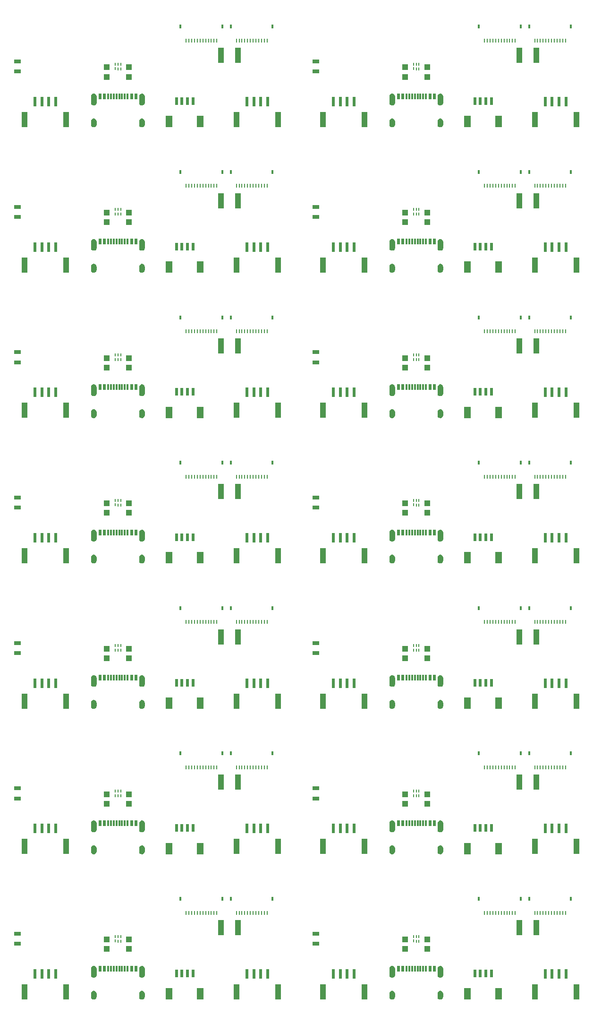
<source format=gtp>
G04 EAGLE Gerber RS-274X export*
G75*
%MOMM*%
%FSLAX34Y34*%
%LPD*%
%INSolderpaste Top*%
%IPPOS*%
%AMOC8*
5,1,8,0,0,1.08239X$1,22.5*%
G01*
%ADD10R,1.200000X2.000000*%
%ADD11R,0.600000X1.350000*%
%ADD12R,1.000000X1.100000*%
%ADD13R,0.300000X1.000000*%
%ADD14R,0.600000X1.000000*%
%ADD15R,0.250000X0.610000*%
%ADD16R,0.250000X0.560000*%
%ADD17R,0.600000X1.700000*%
%ADD18R,1.000000X2.700000*%
%ADD19R,1.200000X0.800000*%
%ADD20R,1.000000X2.800000*%
%ADD21R,0.400000X0.800000*%
%ADD22R,0.250000X0.650000*%

G36*
X248000Y1603338D02*
X248000Y1603338D01*
X248001Y1603338D01*
X249069Y1603357D01*
X249076Y1603362D01*
X249080Y1603359D01*
X250117Y1603615D01*
X250122Y1603621D01*
X250128Y1603619D01*
X251082Y1604099D01*
X251086Y1604106D01*
X251091Y1604105D01*
X251915Y1604786D01*
X251916Y1604794D01*
X251922Y1604794D01*
X252573Y1605641D01*
X252573Y1605649D01*
X252579Y1605650D01*
X253026Y1606621D01*
X253024Y1606629D01*
X253029Y1606632D01*
X253248Y1607677D01*
X253245Y1607684D01*
X253249Y1607687D01*
X253249Y1619687D01*
X253246Y1619692D01*
X253249Y1619695D01*
X253069Y1620791D01*
X253063Y1620796D01*
X253066Y1620801D01*
X252647Y1621829D01*
X252640Y1621833D01*
X252642Y1621839D01*
X252005Y1622747D01*
X251997Y1622750D01*
X251997Y1622756D01*
X251174Y1623500D01*
X251166Y1623501D01*
X251165Y1623506D01*
X250197Y1624049D01*
X250188Y1624048D01*
X250186Y1624053D01*
X249122Y1624366D01*
X249117Y1624364D01*
X249113Y1624364D01*
X249111Y1624368D01*
X248003Y1624437D01*
X247997Y1624432D01*
X247993Y1624436D01*
X246885Y1624266D01*
X246879Y1624260D01*
X246874Y1624263D01*
X245832Y1623851D01*
X245828Y1623844D01*
X245823Y1623846D01*
X244898Y1623213D01*
X244896Y1623205D01*
X244890Y1623205D01*
X244130Y1622382D01*
X244129Y1622374D01*
X244123Y1622373D01*
X243566Y1621401D01*
X243567Y1621393D01*
X243561Y1621391D01*
X243234Y1620319D01*
X243237Y1620312D01*
X243232Y1620309D01*
X243151Y1619191D01*
X243152Y1619189D01*
X243151Y1619187D01*
X243151Y1607187D01*
X243156Y1607181D01*
X243152Y1607176D01*
X243371Y1606232D01*
X243377Y1606227D01*
X243375Y1606222D01*
X243799Y1605350D01*
X243806Y1605346D01*
X243804Y1605340D01*
X244411Y1604585D01*
X244419Y1604583D01*
X244419Y1604577D01*
X245179Y1603975D01*
X245188Y1603975D01*
X245189Y1603969D01*
X246064Y1603552D01*
X246072Y1603554D01*
X246074Y1603548D01*
X247020Y1603336D01*
X247027Y1603339D01*
X247031Y1603335D01*
X248000Y1603338D01*
G37*
G36*
X783077Y1603338D02*
X783077Y1603338D01*
X784146Y1603357D01*
X784152Y1603362D01*
X784156Y1603359D01*
X785194Y1603615D01*
X785199Y1603621D01*
X785204Y1603619D01*
X786158Y1604099D01*
X786162Y1604106D01*
X786168Y1604105D01*
X786991Y1604786D01*
X786993Y1604794D01*
X786999Y1604794D01*
X787650Y1605641D01*
X787650Y1605649D01*
X787656Y1605650D01*
X788102Y1606621D01*
X788100Y1606629D01*
X788105Y1606632D01*
X788325Y1607677D01*
X788321Y1607684D01*
X788326Y1607687D01*
X788326Y1619687D01*
X788322Y1619692D01*
X788325Y1619695D01*
X788145Y1620791D01*
X788139Y1620796D01*
X788142Y1620801D01*
X787723Y1621829D01*
X787716Y1621833D01*
X787718Y1621839D01*
X787081Y1622747D01*
X787073Y1622750D01*
X787074Y1622756D01*
X786250Y1623500D01*
X786242Y1623501D01*
X786241Y1623506D01*
X785273Y1624049D01*
X785265Y1624048D01*
X785263Y1624053D01*
X784198Y1624366D01*
X784194Y1624364D01*
X784190Y1624364D01*
X784187Y1624368D01*
X783079Y1624437D01*
X783073Y1624432D01*
X783069Y1624436D01*
X781961Y1624266D01*
X781956Y1624260D01*
X781951Y1624263D01*
X780909Y1623851D01*
X780904Y1623844D01*
X780899Y1623846D01*
X779975Y1623213D01*
X779972Y1623205D01*
X779966Y1623205D01*
X779206Y1622382D01*
X779206Y1622374D01*
X779200Y1622373D01*
X778642Y1621401D01*
X778643Y1621393D01*
X778638Y1621391D01*
X778310Y1620319D01*
X778313Y1620312D01*
X778308Y1620309D01*
X778227Y1619191D01*
X778229Y1619189D01*
X778227Y1619187D01*
X778227Y1607187D01*
X778232Y1607181D01*
X778228Y1607176D01*
X778448Y1606232D01*
X778454Y1606227D01*
X778451Y1606222D01*
X778875Y1605350D01*
X778882Y1605346D01*
X778881Y1605340D01*
X779488Y1604585D01*
X779496Y1604583D01*
X779496Y1604577D01*
X780256Y1603975D01*
X780264Y1603975D01*
X780265Y1603969D01*
X781140Y1603552D01*
X781148Y1603554D01*
X781150Y1603548D01*
X782096Y1603336D01*
X782104Y1603339D01*
X782107Y1603335D01*
X783077Y1603338D01*
G37*
G36*
X783077Y40451D02*
X783077Y40451D01*
X784146Y40470D01*
X784152Y40475D01*
X784156Y40471D01*
X785194Y40727D01*
X785199Y40734D01*
X785204Y40731D01*
X786158Y41212D01*
X786162Y41219D01*
X786168Y41218D01*
X786991Y41899D01*
X786993Y41907D01*
X786999Y41907D01*
X787650Y42754D01*
X787650Y42762D01*
X787656Y42763D01*
X788102Y43734D01*
X788100Y43742D01*
X788105Y43744D01*
X788325Y44790D01*
X788321Y44797D01*
X788326Y44800D01*
X788326Y56800D01*
X788322Y56805D01*
X788325Y56808D01*
X788145Y57903D01*
X788139Y57909D01*
X788142Y57914D01*
X787723Y58942D01*
X787716Y58946D01*
X787718Y58951D01*
X787081Y59860D01*
X787073Y59863D01*
X787074Y59868D01*
X786250Y60612D01*
X786242Y60613D01*
X786241Y60619D01*
X785273Y61161D01*
X785265Y61160D01*
X785263Y61166D01*
X784198Y61479D01*
X784194Y61477D01*
X784190Y61477D01*
X784187Y61481D01*
X783079Y61549D01*
X783073Y61545D01*
X783069Y61549D01*
X781961Y61379D01*
X781956Y61373D01*
X781951Y61376D01*
X780909Y60964D01*
X780904Y60957D01*
X780899Y60959D01*
X779975Y60325D01*
X779972Y60317D01*
X779966Y60318D01*
X779206Y59495D01*
X779206Y59486D01*
X779200Y59486D01*
X778642Y58514D01*
X778643Y58506D01*
X778638Y58504D01*
X778310Y57432D01*
X778313Y57424D01*
X778308Y57421D01*
X778227Y56304D01*
X778229Y56301D01*
X778227Y56300D01*
X778227Y44300D01*
X778232Y44293D01*
X778228Y44289D01*
X778448Y43345D01*
X778454Y43339D01*
X778451Y43334D01*
X778875Y42462D01*
X778882Y42459D01*
X778881Y42453D01*
X779488Y41697D01*
X779496Y41695D01*
X779496Y41689D01*
X780256Y41088D01*
X780264Y41088D01*
X780265Y41082D01*
X781140Y40664D01*
X781148Y40666D01*
X781150Y40661D01*
X782096Y40449D01*
X782104Y40452D01*
X782107Y40447D01*
X783077Y40451D01*
G37*
G36*
X783077Y300928D02*
X783077Y300928D01*
X784146Y300947D01*
X784152Y300952D01*
X784156Y300948D01*
X785194Y301204D01*
X785199Y301211D01*
X785204Y301208D01*
X786158Y301689D01*
X786162Y301696D01*
X786168Y301695D01*
X786991Y302376D01*
X786993Y302384D01*
X786999Y302384D01*
X787650Y303231D01*
X787650Y303239D01*
X787656Y303240D01*
X788102Y304211D01*
X788100Y304219D01*
X788105Y304221D01*
X788325Y305267D01*
X788321Y305274D01*
X788326Y305277D01*
X788326Y317277D01*
X788322Y317282D01*
X788325Y317285D01*
X788145Y318380D01*
X788139Y318386D01*
X788142Y318391D01*
X787723Y319419D01*
X787716Y319423D01*
X787718Y319428D01*
X787081Y320337D01*
X787073Y320340D01*
X787074Y320345D01*
X786250Y321089D01*
X786242Y321090D01*
X786241Y321096D01*
X785273Y321638D01*
X785265Y321637D01*
X785263Y321643D01*
X784198Y321956D01*
X784194Y321954D01*
X784190Y321954D01*
X784187Y321958D01*
X783079Y322026D01*
X783073Y322022D01*
X783069Y322026D01*
X781961Y321856D01*
X781956Y321850D01*
X781951Y321853D01*
X780909Y321441D01*
X780904Y321434D01*
X780899Y321436D01*
X779975Y320802D01*
X779972Y320794D01*
X779966Y320795D01*
X779206Y319972D01*
X779206Y319963D01*
X779200Y319963D01*
X778642Y318991D01*
X778643Y318983D01*
X778638Y318981D01*
X778310Y317909D01*
X778313Y317901D01*
X778308Y317898D01*
X778227Y316781D01*
X778229Y316778D01*
X778227Y316777D01*
X778227Y304777D01*
X778232Y304770D01*
X778228Y304766D01*
X778448Y303822D01*
X778454Y303816D01*
X778451Y303811D01*
X778875Y302939D01*
X778882Y302936D01*
X778881Y302930D01*
X779488Y302174D01*
X779496Y302172D01*
X779496Y302166D01*
X780256Y301565D01*
X780264Y301565D01*
X780265Y301559D01*
X781140Y301141D01*
X781148Y301143D01*
X781150Y301138D01*
X782096Y300926D01*
X782104Y300929D01*
X782107Y300924D01*
X783077Y300928D01*
G37*
G36*
X248000Y1342861D02*
X248000Y1342861D01*
X248001Y1342861D01*
X249069Y1342880D01*
X249076Y1342885D01*
X249080Y1342882D01*
X250117Y1343138D01*
X250122Y1343144D01*
X250128Y1343142D01*
X251082Y1343622D01*
X251086Y1343629D01*
X251091Y1343628D01*
X251915Y1344309D01*
X251916Y1344317D01*
X251922Y1344317D01*
X252573Y1345164D01*
X252573Y1345172D01*
X252579Y1345173D01*
X253026Y1346144D01*
X253024Y1346152D01*
X253029Y1346155D01*
X253248Y1347200D01*
X253245Y1347207D01*
X253249Y1347210D01*
X253249Y1359210D01*
X253246Y1359215D01*
X253249Y1359218D01*
X253069Y1360314D01*
X253063Y1360319D01*
X253066Y1360324D01*
X252647Y1361352D01*
X252640Y1361356D01*
X252642Y1361362D01*
X252005Y1362270D01*
X251997Y1362273D01*
X251997Y1362279D01*
X251174Y1363023D01*
X251166Y1363024D01*
X251165Y1363029D01*
X250197Y1363572D01*
X250188Y1363571D01*
X250186Y1363576D01*
X249122Y1363889D01*
X249117Y1363887D01*
X249113Y1363887D01*
X249111Y1363891D01*
X248003Y1363960D01*
X247997Y1363955D01*
X247993Y1363959D01*
X246885Y1363789D01*
X246879Y1363783D01*
X246874Y1363786D01*
X245832Y1363374D01*
X245828Y1363367D01*
X245823Y1363369D01*
X244898Y1362736D01*
X244896Y1362728D01*
X244890Y1362728D01*
X244130Y1361905D01*
X244129Y1361897D01*
X244123Y1361896D01*
X243566Y1360924D01*
X243567Y1360916D01*
X243561Y1360914D01*
X243234Y1359842D01*
X243237Y1359835D01*
X243232Y1359832D01*
X243151Y1358714D01*
X243152Y1358712D01*
X243151Y1358710D01*
X243151Y1346710D01*
X243156Y1346704D01*
X243152Y1346699D01*
X243371Y1345755D01*
X243377Y1345750D01*
X243375Y1345745D01*
X243799Y1344873D01*
X243806Y1344869D01*
X243804Y1344863D01*
X244411Y1344108D01*
X244419Y1344106D01*
X244419Y1344100D01*
X245179Y1343498D01*
X245188Y1343498D01*
X245189Y1343492D01*
X246064Y1343075D01*
X246072Y1343077D01*
X246074Y1343071D01*
X247020Y1342859D01*
X247027Y1342862D01*
X247031Y1342858D01*
X248000Y1342861D01*
G37*
G36*
X783077Y1342861D02*
X783077Y1342861D01*
X784146Y1342880D01*
X784152Y1342885D01*
X784156Y1342882D01*
X785194Y1343138D01*
X785199Y1343144D01*
X785204Y1343142D01*
X786158Y1343622D01*
X786162Y1343629D01*
X786168Y1343628D01*
X786991Y1344309D01*
X786993Y1344317D01*
X786999Y1344317D01*
X787650Y1345164D01*
X787650Y1345172D01*
X787656Y1345173D01*
X788102Y1346144D01*
X788100Y1346152D01*
X788105Y1346155D01*
X788325Y1347200D01*
X788321Y1347207D01*
X788326Y1347210D01*
X788326Y1359210D01*
X788322Y1359215D01*
X788325Y1359218D01*
X788145Y1360314D01*
X788139Y1360319D01*
X788142Y1360324D01*
X787723Y1361352D01*
X787716Y1361356D01*
X787718Y1361362D01*
X787081Y1362270D01*
X787073Y1362273D01*
X787074Y1362279D01*
X786250Y1363023D01*
X786242Y1363024D01*
X786241Y1363029D01*
X785273Y1363572D01*
X785265Y1363571D01*
X785263Y1363576D01*
X784198Y1363889D01*
X784194Y1363887D01*
X784190Y1363887D01*
X784187Y1363891D01*
X783079Y1363960D01*
X783073Y1363955D01*
X783069Y1363959D01*
X781961Y1363789D01*
X781956Y1363783D01*
X781951Y1363786D01*
X780909Y1363374D01*
X780904Y1363367D01*
X780899Y1363369D01*
X779975Y1362736D01*
X779972Y1362728D01*
X779966Y1362728D01*
X779206Y1361905D01*
X779206Y1361897D01*
X779200Y1361896D01*
X778642Y1360924D01*
X778643Y1360916D01*
X778638Y1360914D01*
X778310Y1359842D01*
X778313Y1359835D01*
X778308Y1359832D01*
X778227Y1358714D01*
X778229Y1358712D01*
X778227Y1358710D01*
X778227Y1346710D01*
X778232Y1346704D01*
X778228Y1346699D01*
X778448Y1345755D01*
X778454Y1345750D01*
X778451Y1345745D01*
X778875Y1344873D01*
X778882Y1344869D01*
X778881Y1344863D01*
X779488Y1344108D01*
X779496Y1344106D01*
X779496Y1344100D01*
X780256Y1343498D01*
X780264Y1343498D01*
X780265Y1343492D01*
X781140Y1343075D01*
X781148Y1343077D01*
X781150Y1343071D01*
X782096Y1342859D01*
X782104Y1342862D01*
X782107Y1342858D01*
X783077Y1342861D01*
G37*
G36*
X248000Y300928D02*
X248000Y300928D01*
X248001Y300928D01*
X249069Y300947D01*
X249076Y300952D01*
X249080Y300948D01*
X250117Y301204D01*
X250122Y301211D01*
X250128Y301208D01*
X251082Y301689D01*
X251086Y301696D01*
X251091Y301695D01*
X251915Y302376D01*
X251916Y302384D01*
X251922Y302384D01*
X252573Y303231D01*
X252573Y303239D01*
X252579Y303240D01*
X253026Y304211D01*
X253024Y304219D01*
X253029Y304221D01*
X253248Y305267D01*
X253245Y305274D01*
X253249Y305277D01*
X253249Y317277D01*
X253246Y317282D01*
X253249Y317285D01*
X253069Y318380D01*
X253063Y318386D01*
X253066Y318391D01*
X252647Y319419D01*
X252640Y319423D01*
X252642Y319428D01*
X252005Y320337D01*
X251997Y320340D01*
X251997Y320345D01*
X251174Y321089D01*
X251166Y321090D01*
X251165Y321096D01*
X250197Y321638D01*
X250188Y321637D01*
X250186Y321643D01*
X249122Y321956D01*
X249117Y321954D01*
X249113Y321954D01*
X249111Y321958D01*
X248003Y322026D01*
X247997Y322022D01*
X247993Y322026D01*
X246885Y321856D01*
X246879Y321850D01*
X246874Y321853D01*
X245832Y321441D01*
X245828Y321434D01*
X245823Y321436D01*
X244898Y320802D01*
X244896Y320794D01*
X244890Y320795D01*
X244130Y319972D01*
X244129Y319963D01*
X244123Y319963D01*
X243566Y318991D01*
X243567Y318983D01*
X243561Y318981D01*
X243234Y317909D01*
X243237Y317901D01*
X243232Y317898D01*
X243151Y316781D01*
X243152Y316778D01*
X243151Y316777D01*
X243151Y304777D01*
X243156Y304770D01*
X243152Y304766D01*
X243371Y303822D01*
X243377Y303816D01*
X243375Y303811D01*
X243799Y302939D01*
X243806Y302936D01*
X243804Y302930D01*
X244411Y302174D01*
X244419Y302172D01*
X244419Y302166D01*
X245179Y301565D01*
X245188Y301565D01*
X245189Y301559D01*
X246064Y301141D01*
X246072Y301143D01*
X246074Y301138D01*
X247020Y300926D01*
X247027Y300929D01*
X247031Y300924D01*
X248000Y300928D01*
G37*
G36*
X248000Y561405D02*
X248000Y561405D01*
X248001Y561405D01*
X249069Y561424D01*
X249076Y561429D01*
X249080Y561425D01*
X250117Y561681D01*
X250122Y561688D01*
X250128Y561685D01*
X251082Y562166D01*
X251086Y562173D01*
X251091Y562172D01*
X251915Y562853D01*
X251916Y562861D01*
X251922Y562861D01*
X252573Y563708D01*
X252573Y563716D01*
X252579Y563717D01*
X253026Y564688D01*
X253024Y564696D01*
X253029Y564698D01*
X253248Y565744D01*
X253245Y565751D01*
X253249Y565754D01*
X253249Y577754D01*
X253246Y577759D01*
X253249Y577762D01*
X253069Y578857D01*
X253063Y578863D01*
X253066Y578868D01*
X252647Y579896D01*
X252640Y579900D01*
X252642Y579905D01*
X252005Y580814D01*
X251997Y580817D01*
X251997Y580822D01*
X251174Y581566D01*
X251166Y581567D01*
X251165Y581573D01*
X250197Y582115D01*
X250188Y582114D01*
X250186Y582120D01*
X249122Y582433D01*
X249117Y582431D01*
X249113Y582431D01*
X249111Y582435D01*
X248003Y582503D01*
X247997Y582499D01*
X247993Y582503D01*
X246885Y582333D01*
X246879Y582327D01*
X246874Y582330D01*
X245832Y581918D01*
X245828Y581911D01*
X245823Y581913D01*
X244898Y581279D01*
X244896Y581271D01*
X244890Y581272D01*
X244130Y580449D01*
X244129Y580440D01*
X244123Y580440D01*
X243566Y579468D01*
X243567Y579460D01*
X243561Y579458D01*
X243234Y578386D01*
X243237Y578378D01*
X243232Y578375D01*
X243151Y577258D01*
X243152Y577255D01*
X243151Y577254D01*
X243151Y565254D01*
X243156Y565247D01*
X243152Y565243D01*
X243371Y564299D01*
X243377Y564293D01*
X243375Y564288D01*
X243799Y563416D01*
X243806Y563413D01*
X243804Y563407D01*
X244411Y562651D01*
X244419Y562649D01*
X244419Y562643D01*
X245179Y562042D01*
X245188Y562042D01*
X245189Y562036D01*
X246064Y561618D01*
X246072Y561620D01*
X246074Y561615D01*
X247020Y561403D01*
X247027Y561406D01*
X247031Y561401D01*
X248000Y561405D01*
G37*
G36*
X248000Y1082359D02*
X248000Y1082359D01*
X248001Y1082359D01*
X249069Y1082378D01*
X249076Y1082383D01*
X249080Y1082379D01*
X250117Y1082635D01*
X250122Y1082642D01*
X250128Y1082639D01*
X251082Y1083120D01*
X251086Y1083127D01*
X251091Y1083126D01*
X251915Y1083807D01*
X251916Y1083815D01*
X251922Y1083815D01*
X252573Y1084662D01*
X252573Y1084670D01*
X252579Y1084671D01*
X253026Y1085642D01*
X253024Y1085650D01*
X253029Y1085652D01*
X253248Y1086698D01*
X253245Y1086705D01*
X253249Y1086708D01*
X253249Y1098708D01*
X253246Y1098713D01*
X253249Y1098716D01*
X253069Y1099811D01*
X253063Y1099817D01*
X253066Y1099822D01*
X252647Y1100850D01*
X252640Y1100854D01*
X252642Y1100859D01*
X252005Y1101768D01*
X251997Y1101771D01*
X251997Y1101776D01*
X251174Y1102520D01*
X251166Y1102521D01*
X251165Y1102527D01*
X250197Y1103069D01*
X250188Y1103068D01*
X250186Y1103074D01*
X249122Y1103387D01*
X249117Y1103385D01*
X249113Y1103385D01*
X249111Y1103389D01*
X248003Y1103457D01*
X247997Y1103453D01*
X247993Y1103457D01*
X246885Y1103287D01*
X246879Y1103281D01*
X246874Y1103284D01*
X245832Y1102872D01*
X245828Y1102865D01*
X245823Y1102867D01*
X244898Y1102233D01*
X244896Y1102225D01*
X244890Y1102226D01*
X244130Y1101403D01*
X244129Y1101394D01*
X244123Y1101394D01*
X243566Y1100422D01*
X243567Y1100414D01*
X243561Y1100412D01*
X243234Y1099340D01*
X243237Y1099332D01*
X243232Y1099329D01*
X243151Y1098212D01*
X243152Y1098209D01*
X243151Y1098208D01*
X243151Y1086208D01*
X243156Y1086201D01*
X243152Y1086197D01*
X243371Y1085253D01*
X243377Y1085247D01*
X243375Y1085242D01*
X243799Y1084370D01*
X243806Y1084367D01*
X243804Y1084361D01*
X244411Y1083605D01*
X244419Y1083603D01*
X244419Y1083597D01*
X245179Y1082996D01*
X245188Y1082996D01*
X245189Y1082990D01*
X246064Y1082572D01*
X246072Y1082574D01*
X246074Y1082569D01*
X247020Y1082357D01*
X247027Y1082360D01*
X247031Y1082355D01*
X248000Y1082359D01*
G37*
G36*
X783077Y1082359D02*
X783077Y1082359D01*
X784146Y1082378D01*
X784152Y1082383D01*
X784156Y1082379D01*
X785194Y1082635D01*
X785199Y1082642D01*
X785204Y1082639D01*
X786158Y1083120D01*
X786162Y1083127D01*
X786168Y1083126D01*
X786991Y1083807D01*
X786993Y1083815D01*
X786999Y1083815D01*
X787650Y1084662D01*
X787650Y1084670D01*
X787656Y1084671D01*
X788102Y1085642D01*
X788100Y1085650D01*
X788105Y1085652D01*
X788325Y1086698D01*
X788321Y1086705D01*
X788326Y1086708D01*
X788326Y1098708D01*
X788322Y1098713D01*
X788325Y1098716D01*
X788145Y1099811D01*
X788139Y1099817D01*
X788142Y1099822D01*
X787723Y1100850D01*
X787716Y1100854D01*
X787718Y1100859D01*
X787081Y1101768D01*
X787073Y1101771D01*
X787074Y1101776D01*
X786250Y1102520D01*
X786242Y1102521D01*
X786241Y1102527D01*
X785273Y1103069D01*
X785265Y1103068D01*
X785263Y1103074D01*
X784198Y1103387D01*
X784194Y1103385D01*
X784190Y1103385D01*
X784187Y1103389D01*
X783079Y1103457D01*
X783073Y1103453D01*
X783069Y1103457D01*
X781961Y1103287D01*
X781956Y1103281D01*
X781951Y1103284D01*
X780909Y1102872D01*
X780904Y1102865D01*
X780899Y1102867D01*
X779975Y1102233D01*
X779972Y1102225D01*
X779966Y1102226D01*
X779206Y1101403D01*
X779206Y1101394D01*
X779200Y1101394D01*
X778642Y1100422D01*
X778643Y1100414D01*
X778638Y1100412D01*
X778310Y1099340D01*
X778313Y1099332D01*
X778308Y1099329D01*
X778227Y1098212D01*
X778229Y1098209D01*
X778227Y1098208D01*
X778227Y1086208D01*
X778232Y1086201D01*
X778228Y1086197D01*
X778448Y1085253D01*
X778454Y1085247D01*
X778451Y1085242D01*
X778875Y1084370D01*
X778882Y1084367D01*
X778881Y1084361D01*
X779488Y1083605D01*
X779496Y1083603D01*
X779496Y1083597D01*
X780256Y1082996D01*
X780264Y1082996D01*
X780265Y1082990D01*
X781140Y1082572D01*
X781148Y1082574D01*
X781150Y1082569D01*
X782096Y1082357D01*
X782104Y1082360D01*
X782107Y1082355D01*
X783077Y1082359D01*
G37*
G36*
X783077Y561405D02*
X783077Y561405D01*
X784146Y561424D01*
X784152Y561429D01*
X784156Y561425D01*
X785194Y561681D01*
X785199Y561688D01*
X785204Y561685D01*
X786158Y562166D01*
X786162Y562173D01*
X786168Y562172D01*
X786991Y562853D01*
X786993Y562861D01*
X786999Y562861D01*
X787650Y563708D01*
X787650Y563716D01*
X787656Y563717D01*
X788102Y564688D01*
X788100Y564696D01*
X788105Y564698D01*
X788325Y565744D01*
X788321Y565751D01*
X788326Y565754D01*
X788326Y577754D01*
X788322Y577759D01*
X788325Y577762D01*
X788145Y578857D01*
X788139Y578863D01*
X788142Y578868D01*
X787723Y579896D01*
X787716Y579900D01*
X787718Y579905D01*
X787081Y580814D01*
X787073Y580817D01*
X787074Y580822D01*
X786250Y581566D01*
X786242Y581567D01*
X786241Y581573D01*
X785273Y582115D01*
X785265Y582114D01*
X785263Y582120D01*
X784198Y582433D01*
X784194Y582431D01*
X784190Y582431D01*
X784187Y582435D01*
X783079Y582503D01*
X783073Y582499D01*
X783069Y582503D01*
X781961Y582333D01*
X781956Y582327D01*
X781951Y582330D01*
X780909Y581918D01*
X780904Y581911D01*
X780899Y581913D01*
X779975Y581279D01*
X779972Y581271D01*
X779966Y581272D01*
X779206Y580449D01*
X779206Y580440D01*
X779200Y580440D01*
X778642Y579468D01*
X778643Y579460D01*
X778638Y579458D01*
X778310Y578386D01*
X778313Y578378D01*
X778308Y578375D01*
X778227Y577258D01*
X778229Y577255D01*
X778227Y577254D01*
X778227Y565254D01*
X778232Y565247D01*
X778228Y565243D01*
X778448Y564299D01*
X778454Y564293D01*
X778451Y564288D01*
X778875Y563416D01*
X778882Y563413D01*
X778881Y563407D01*
X779488Y562651D01*
X779496Y562649D01*
X779496Y562643D01*
X780256Y562042D01*
X780264Y562042D01*
X780265Y562036D01*
X781140Y561618D01*
X781148Y561620D01*
X781150Y561615D01*
X782096Y561403D01*
X782104Y561406D01*
X782107Y561401D01*
X783077Y561405D01*
G37*
G36*
X783077Y821882D02*
X783077Y821882D01*
X784146Y821901D01*
X784152Y821906D01*
X784156Y821902D01*
X785194Y822158D01*
X785199Y822165D01*
X785204Y822162D01*
X786158Y822643D01*
X786162Y822650D01*
X786168Y822649D01*
X786991Y823330D01*
X786993Y823338D01*
X786999Y823338D01*
X787650Y824185D01*
X787650Y824193D01*
X787656Y824194D01*
X788102Y825165D01*
X788100Y825173D01*
X788105Y825175D01*
X788325Y826221D01*
X788321Y826228D01*
X788326Y826231D01*
X788326Y838231D01*
X788322Y838236D01*
X788325Y838239D01*
X788145Y839334D01*
X788139Y839340D01*
X788142Y839345D01*
X787723Y840373D01*
X787716Y840377D01*
X787718Y840382D01*
X787081Y841291D01*
X787073Y841294D01*
X787074Y841299D01*
X786250Y842043D01*
X786242Y842044D01*
X786241Y842050D01*
X785273Y842592D01*
X785265Y842591D01*
X785263Y842597D01*
X784198Y842910D01*
X784194Y842908D01*
X784190Y842908D01*
X784187Y842912D01*
X783079Y842980D01*
X783073Y842976D01*
X783069Y842980D01*
X781961Y842810D01*
X781956Y842804D01*
X781951Y842807D01*
X780909Y842395D01*
X780904Y842388D01*
X780899Y842390D01*
X779975Y841756D01*
X779972Y841748D01*
X779966Y841749D01*
X779206Y840926D01*
X779206Y840917D01*
X779200Y840917D01*
X778642Y839945D01*
X778643Y839937D01*
X778638Y839935D01*
X778310Y838863D01*
X778313Y838855D01*
X778308Y838852D01*
X778227Y837735D01*
X778229Y837732D01*
X778227Y837731D01*
X778227Y825731D01*
X778232Y825724D01*
X778228Y825720D01*
X778448Y824776D01*
X778454Y824770D01*
X778451Y824765D01*
X778875Y823893D01*
X778882Y823890D01*
X778881Y823884D01*
X779488Y823128D01*
X779496Y823126D01*
X779496Y823120D01*
X780256Y822519D01*
X780264Y822519D01*
X780265Y822513D01*
X781140Y822095D01*
X781148Y822097D01*
X781150Y822092D01*
X782096Y821880D01*
X782104Y821883D01*
X782107Y821878D01*
X783077Y821882D01*
G37*
G36*
X248000Y821882D02*
X248000Y821882D01*
X248001Y821882D01*
X249069Y821901D01*
X249076Y821906D01*
X249080Y821902D01*
X250117Y822158D01*
X250122Y822165D01*
X250128Y822162D01*
X251082Y822643D01*
X251086Y822650D01*
X251091Y822649D01*
X251915Y823330D01*
X251916Y823338D01*
X251922Y823338D01*
X252573Y824185D01*
X252573Y824193D01*
X252579Y824194D01*
X253026Y825165D01*
X253024Y825173D01*
X253029Y825175D01*
X253248Y826221D01*
X253245Y826228D01*
X253249Y826231D01*
X253249Y838231D01*
X253246Y838236D01*
X253249Y838239D01*
X253069Y839334D01*
X253063Y839340D01*
X253066Y839345D01*
X252647Y840373D01*
X252640Y840377D01*
X252642Y840382D01*
X252005Y841291D01*
X251997Y841294D01*
X251997Y841299D01*
X251174Y842043D01*
X251166Y842044D01*
X251165Y842050D01*
X250197Y842592D01*
X250188Y842591D01*
X250186Y842597D01*
X249122Y842910D01*
X249117Y842908D01*
X249113Y842908D01*
X249111Y842912D01*
X248003Y842980D01*
X247997Y842976D01*
X247993Y842980D01*
X246885Y842810D01*
X246879Y842804D01*
X246874Y842807D01*
X245832Y842395D01*
X245828Y842388D01*
X245823Y842390D01*
X244898Y841756D01*
X244896Y841748D01*
X244890Y841749D01*
X244130Y840926D01*
X244129Y840917D01*
X244123Y840917D01*
X243566Y839945D01*
X243567Y839937D01*
X243561Y839935D01*
X243234Y838863D01*
X243237Y838855D01*
X243232Y838852D01*
X243151Y837735D01*
X243152Y837732D01*
X243151Y837731D01*
X243151Y825731D01*
X243156Y825724D01*
X243152Y825720D01*
X243371Y824776D01*
X243377Y824770D01*
X243375Y824765D01*
X243799Y823893D01*
X243806Y823890D01*
X243804Y823884D01*
X244411Y823128D01*
X244419Y823126D01*
X244419Y823120D01*
X245179Y822519D01*
X245188Y822519D01*
X245189Y822513D01*
X246064Y822095D01*
X246072Y822097D01*
X246074Y822092D01*
X247020Y821880D01*
X247027Y821883D01*
X247031Y821878D01*
X248000Y821882D01*
G37*
G36*
X248000Y40451D02*
X248000Y40451D01*
X248001Y40451D01*
X249069Y40470D01*
X249076Y40475D01*
X249080Y40471D01*
X250117Y40727D01*
X250122Y40734D01*
X250128Y40731D01*
X251082Y41212D01*
X251086Y41219D01*
X251091Y41218D01*
X251915Y41899D01*
X251916Y41907D01*
X251922Y41907D01*
X252573Y42754D01*
X252573Y42762D01*
X252579Y42763D01*
X253026Y43734D01*
X253024Y43742D01*
X253029Y43744D01*
X253248Y44790D01*
X253245Y44797D01*
X253249Y44800D01*
X253249Y56800D01*
X253246Y56805D01*
X253249Y56808D01*
X253069Y57903D01*
X253063Y57909D01*
X253066Y57914D01*
X252647Y58942D01*
X252640Y58946D01*
X252642Y58951D01*
X252005Y59860D01*
X251997Y59863D01*
X251997Y59868D01*
X251174Y60612D01*
X251166Y60613D01*
X251165Y60619D01*
X250197Y61161D01*
X250188Y61160D01*
X250186Y61166D01*
X249122Y61479D01*
X249117Y61477D01*
X249113Y61477D01*
X249111Y61481D01*
X248003Y61549D01*
X247997Y61545D01*
X247993Y61549D01*
X246885Y61379D01*
X246879Y61373D01*
X246874Y61376D01*
X245832Y60964D01*
X245828Y60957D01*
X245823Y60959D01*
X244898Y60325D01*
X244896Y60317D01*
X244890Y60318D01*
X244130Y59495D01*
X244129Y59486D01*
X244123Y59486D01*
X243566Y58514D01*
X243567Y58506D01*
X243561Y58504D01*
X243234Y57432D01*
X243237Y57424D01*
X243232Y57421D01*
X243151Y56304D01*
X243152Y56301D01*
X243151Y56300D01*
X243151Y44300D01*
X243156Y44293D01*
X243152Y44289D01*
X243371Y43345D01*
X243377Y43339D01*
X243375Y43334D01*
X243799Y42462D01*
X243806Y42459D01*
X243804Y42453D01*
X244411Y41697D01*
X244419Y41695D01*
X244419Y41689D01*
X245179Y41088D01*
X245188Y41088D01*
X245189Y41082D01*
X246064Y40664D01*
X246072Y40666D01*
X246074Y40661D01*
X247020Y40449D01*
X247027Y40452D01*
X247031Y40447D01*
X248000Y40451D01*
G37*
G36*
X162581Y1603347D02*
X162581Y1603347D01*
X162588Y1603352D01*
X162592Y1603349D01*
X163644Y1603598D01*
X163649Y1603604D01*
X163654Y1603602D01*
X164624Y1604079D01*
X164627Y1604086D01*
X164633Y1604085D01*
X165472Y1604766D01*
X165474Y1604773D01*
X165480Y1604773D01*
X166146Y1605624D01*
X166147Y1605632D01*
X166152Y1605633D01*
X166613Y1606611D01*
X166611Y1606619D01*
X166617Y1606621D01*
X166848Y1607677D01*
X166845Y1607684D01*
X166849Y1607687D01*
X166849Y1619687D01*
X166845Y1619693D01*
X166849Y1619696D01*
X166656Y1620801D01*
X166650Y1620807D01*
X166653Y1620812D01*
X166220Y1621846D01*
X166213Y1621850D01*
X166215Y1621856D01*
X165562Y1622768D01*
X165554Y1622771D01*
X165555Y1622776D01*
X164716Y1623520D01*
X164707Y1623521D01*
X164707Y1623527D01*
X163723Y1624066D01*
X163715Y1624064D01*
X163713Y1624070D01*
X162634Y1624376D01*
X162626Y1624373D01*
X162623Y1624378D01*
X161503Y1624437D01*
X161498Y1624433D01*
X161495Y1624436D01*
X160449Y1624319D01*
X160443Y1624313D01*
X160438Y1624316D01*
X159444Y1623968D01*
X159440Y1623962D01*
X159435Y1623964D01*
X158543Y1623404D01*
X158541Y1623396D01*
X158535Y1623397D01*
X157791Y1622653D01*
X157789Y1622645D01*
X157784Y1622644D01*
X157224Y1621753D01*
X157224Y1621745D01*
X157219Y1621743D01*
X156871Y1620750D01*
X156874Y1620742D01*
X156869Y1620739D01*
X156751Y1619693D01*
X156753Y1619689D01*
X156751Y1619687D01*
X156751Y1607687D01*
X156754Y1607683D01*
X156751Y1607680D01*
X156909Y1606683D01*
X156915Y1606678D01*
X156912Y1606673D01*
X157287Y1605736D01*
X157294Y1605732D01*
X157292Y1605727D01*
X157866Y1604897D01*
X157874Y1604895D01*
X157873Y1604889D01*
X158617Y1604208D01*
X158626Y1604207D01*
X158626Y1604202D01*
X159503Y1603703D01*
X159512Y1603705D01*
X159514Y1603699D01*
X160479Y1603409D01*
X160487Y1603411D01*
X160490Y1603407D01*
X161497Y1603338D01*
X161499Y1603340D01*
X161500Y1603338D01*
X162581Y1603347D01*
G37*
G36*
X697657Y1603347D02*
X697657Y1603347D01*
X697664Y1603352D01*
X697668Y1603349D01*
X698720Y1603598D01*
X698725Y1603604D01*
X698730Y1603602D01*
X699700Y1604079D01*
X699704Y1604086D01*
X699709Y1604085D01*
X700548Y1604766D01*
X700550Y1604773D01*
X700556Y1604773D01*
X701223Y1605624D01*
X701223Y1605632D01*
X701229Y1605633D01*
X701689Y1606611D01*
X701688Y1606619D01*
X701693Y1606621D01*
X701925Y1607677D01*
X701921Y1607684D01*
X701926Y1607687D01*
X701926Y1619687D01*
X701922Y1619693D01*
X701925Y1619696D01*
X701733Y1620801D01*
X701727Y1620807D01*
X701730Y1620812D01*
X701297Y1621846D01*
X701289Y1621850D01*
X701291Y1621856D01*
X700639Y1622768D01*
X700631Y1622771D01*
X700631Y1622776D01*
X699792Y1623520D01*
X699784Y1623521D01*
X699783Y1623527D01*
X698799Y1624066D01*
X698791Y1624064D01*
X698789Y1624070D01*
X697710Y1624376D01*
X697702Y1624373D01*
X697699Y1624378D01*
X696579Y1624437D01*
X696574Y1624433D01*
X696571Y1624436D01*
X695525Y1624319D01*
X695519Y1624313D01*
X695514Y1624316D01*
X694521Y1623968D01*
X694516Y1623962D01*
X694511Y1623964D01*
X693620Y1623404D01*
X693617Y1623396D01*
X693611Y1623397D01*
X692867Y1622653D01*
X692866Y1622645D01*
X692860Y1622644D01*
X692300Y1621753D01*
X692301Y1621745D01*
X692295Y1621743D01*
X691948Y1620750D01*
X691950Y1620742D01*
X691945Y1620739D01*
X691827Y1619693D01*
X691830Y1619689D01*
X691827Y1619687D01*
X691827Y1607687D01*
X691831Y1607683D01*
X691828Y1607680D01*
X691985Y1606683D01*
X691991Y1606678D01*
X691988Y1606673D01*
X692363Y1605736D01*
X692370Y1605732D01*
X692368Y1605727D01*
X692942Y1604897D01*
X692950Y1604895D01*
X692950Y1604889D01*
X693694Y1604208D01*
X693702Y1604207D01*
X693703Y1604202D01*
X694580Y1603703D01*
X694588Y1603705D01*
X694590Y1603699D01*
X695556Y1603409D01*
X695564Y1603411D01*
X695567Y1603407D01*
X696573Y1603338D01*
X696576Y1603340D01*
X696577Y1603338D01*
X697657Y1603347D01*
G37*
G36*
X162581Y40460D02*
X162581Y40460D01*
X162588Y40465D01*
X162592Y40461D01*
X163644Y40711D01*
X163649Y40717D01*
X163654Y40714D01*
X164624Y41191D01*
X164627Y41199D01*
X164633Y41197D01*
X165472Y41878D01*
X165474Y41886D01*
X165480Y41886D01*
X166146Y42737D01*
X166147Y42745D01*
X166152Y42746D01*
X166613Y43723D01*
X166611Y43731D01*
X166617Y43734D01*
X166848Y44789D01*
X166845Y44797D01*
X166849Y44800D01*
X166849Y56800D01*
X166845Y56805D01*
X166849Y56808D01*
X166656Y57914D01*
X166650Y57919D01*
X166653Y57924D01*
X166220Y58959D01*
X166213Y58963D01*
X166215Y58968D01*
X165562Y59881D01*
X165554Y59883D01*
X165555Y59889D01*
X164716Y60633D01*
X164707Y60634D01*
X164707Y60639D01*
X163723Y61178D01*
X163715Y61177D01*
X163713Y61182D01*
X162634Y61489D01*
X162626Y61486D01*
X162623Y61491D01*
X161503Y61549D01*
X161498Y61546D01*
X161495Y61549D01*
X160449Y61431D01*
X160443Y61425D01*
X160438Y61429D01*
X159444Y61081D01*
X159440Y61074D01*
X159435Y61076D01*
X158543Y60516D01*
X158541Y60509D01*
X158535Y60509D01*
X157791Y59765D01*
X157789Y59757D01*
X157784Y59757D01*
X157224Y58865D01*
X157224Y58857D01*
X157219Y58856D01*
X156871Y57862D01*
X156874Y57854D01*
X156869Y57851D01*
X156751Y56806D01*
X156753Y56802D01*
X156751Y56800D01*
X156751Y44800D01*
X156754Y44795D01*
X156751Y44792D01*
X156909Y43796D01*
X156915Y43790D01*
X156912Y43785D01*
X157287Y42849D01*
X157294Y42845D01*
X157292Y42839D01*
X157866Y42010D01*
X157874Y42007D01*
X157873Y42002D01*
X158617Y41321D01*
X158626Y41320D01*
X158626Y41314D01*
X159503Y40816D01*
X159512Y40817D01*
X159514Y40812D01*
X160479Y40521D01*
X160487Y40524D01*
X160490Y40519D01*
X161497Y40451D01*
X161499Y40452D01*
X161500Y40451D01*
X162581Y40460D01*
G37*
G36*
X697657Y40460D02*
X697657Y40460D01*
X697664Y40465D01*
X697668Y40461D01*
X698720Y40711D01*
X698725Y40717D01*
X698730Y40714D01*
X699700Y41191D01*
X699704Y41199D01*
X699709Y41197D01*
X700548Y41878D01*
X700550Y41886D01*
X700556Y41886D01*
X701223Y42737D01*
X701223Y42745D01*
X701229Y42746D01*
X701689Y43723D01*
X701688Y43731D01*
X701693Y43734D01*
X701925Y44789D01*
X701921Y44797D01*
X701926Y44800D01*
X701926Y56800D01*
X701922Y56805D01*
X701925Y56808D01*
X701733Y57914D01*
X701727Y57919D01*
X701730Y57924D01*
X701297Y58959D01*
X701289Y58963D01*
X701291Y58968D01*
X700639Y59881D01*
X700631Y59883D01*
X700631Y59889D01*
X699792Y60633D01*
X699784Y60634D01*
X699783Y60639D01*
X698799Y61178D01*
X698791Y61177D01*
X698789Y61182D01*
X697710Y61489D01*
X697702Y61486D01*
X697699Y61491D01*
X696579Y61549D01*
X696574Y61546D01*
X696571Y61549D01*
X695525Y61431D01*
X695519Y61425D01*
X695514Y61429D01*
X694521Y61081D01*
X694516Y61074D01*
X694511Y61076D01*
X693620Y60516D01*
X693617Y60509D01*
X693611Y60509D01*
X692867Y59765D01*
X692866Y59757D01*
X692860Y59757D01*
X692300Y58865D01*
X692301Y58857D01*
X692295Y58856D01*
X691948Y57862D01*
X691950Y57854D01*
X691945Y57851D01*
X691827Y56806D01*
X691830Y56802D01*
X691827Y56800D01*
X691827Y44800D01*
X691831Y44795D01*
X691828Y44792D01*
X691985Y43796D01*
X691991Y43790D01*
X691988Y43785D01*
X692363Y42849D01*
X692370Y42845D01*
X692368Y42839D01*
X692942Y42010D01*
X692950Y42007D01*
X692950Y42002D01*
X693694Y41321D01*
X693702Y41320D01*
X693703Y41314D01*
X694580Y40816D01*
X694588Y40817D01*
X694590Y40812D01*
X695556Y40521D01*
X695564Y40524D01*
X695567Y40519D01*
X696573Y40451D01*
X696576Y40452D01*
X696577Y40451D01*
X697657Y40460D01*
G37*
G36*
X697657Y1342870D02*
X697657Y1342870D01*
X697664Y1342875D01*
X697668Y1342872D01*
X698720Y1343121D01*
X698725Y1343127D01*
X698730Y1343125D01*
X699700Y1343602D01*
X699704Y1343609D01*
X699709Y1343608D01*
X700548Y1344289D01*
X700550Y1344296D01*
X700556Y1344296D01*
X701223Y1345147D01*
X701223Y1345155D01*
X701229Y1345156D01*
X701689Y1346134D01*
X701688Y1346142D01*
X701693Y1346144D01*
X701925Y1347200D01*
X701921Y1347207D01*
X701926Y1347210D01*
X701926Y1359210D01*
X701922Y1359216D01*
X701925Y1359219D01*
X701733Y1360324D01*
X701727Y1360330D01*
X701730Y1360335D01*
X701297Y1361369D01*
X701289Y1361373D01*
X701291Y1361379D01*
X700639Y1362291D01*
X700631Y1362294D01*
X700631Y1362299D01*
X699792Y1363043D01*
X699784Y1363044D01*
X699783Y1363050D01*
X698799Y1363589D01*
X698791Y1363587D01*
X698789Y1363593D01*
X697710Y1363899D01*
X697702Y1363896D01*
X697699Y1363901D01*
X696579Y1363960D01*
X696574Y1363956D01*
X696571Y1363959D01*
X695525Y1363842D01*
X695519Y1363836D01*
X695514Y1363839D01*
X694521Y1363491D01*
X694516Y1363485D01*
X694511Y1363487D01*
X693620Y1362927D01*
X693617Y1362919D01*
X693611Y1362920D01*
X692867Y1362176D01*
X692866Y1362168D01*
X692860Y1362167D01*
X692300Y1361276D01*
X692301Y1361268D01*
X692295Y1361266D01*
X691948Y1360273D01*
X691950Y1360265D01*
X691945Y1360262D01*
X691827Y1359216D01*
X691830Y1359212D01*
X691827Y1359210D01*
X691827Y1347210D01*
X691831Y1347206D01*
X691828Y1347203D01*
X691985Y1346206D01*
X691991Y1346201D01*
X691988Y1346196D01*
X692363Y1345259D01*
X692370Y1345255D01*
X692368Y1345250D01*
X692942Y1344420D01*
X692950Y1344418D01*
X692950Y1344412D01*
X693694Y1343731D01*
X693702Y1343730D01*
X693703Y1343725D01*
X694580Y1343226D01*
X694588Y1343228D01*
X694590Y1343222D01*
X695556Y1342932D01*
X695564Y1342934D01*
X695567Y1342930D01*
X696573Y1342861D01*
X696576Y1342863D01*
X696577Y1342861D01*
X697657Y1342870D01*
G37*
G36*
X162581Y1342870D02*
X162581Y1342870D01*
X162588Y1342875D01*
X162592Y1342872D01*
X163644Y1343121D01*
X163649Y1343127D01*
X163654Y1343125D01*
X164624Y1343602D01*
X164627Y1343609D01*
X164633Y1343608D01*
X165472Y1344289D01*
X165474Y1344296D01*
X165480Y1344296D01*
X166146Y1345147D01*
X166147Y1345155D01*
X166152Y1345156D01*
X166613Y1346134D01*
X166611Y1346142D01*
X166617Y1346144D01*
X166848Y1347200D01*
X166845Y1347207D01*
X166849Y1347210D01*
X166849Y1359210D01*
X166845Y1359216D01*
X166849Y1359219D01*
X166656Y1360324D01*
X166650Y1360330D01*
X166653Y1360335D01*
X166220Y1361369D01*
X166213Y1361373D01*
X166215Y1361379D01*
X165562Y1362291D01*
X165554Y1362294D01*
X165555Y1362299D01*
X164716Y1363043D01*
X164707Y1363044D01*
X164707Y1363050D01*
X163723Y1363589D01*
X163715Y1363587D01*
X163713Y1363593D01*
X162634Y1363899D01*
X162626Y1363896D01*
X162623Y1363901D01*
X161503Y1363960D01*
X161498Y1363956D01*
X161495Y1363959D01*
X160449Y1363842D01*
X160443Y1363836D01*
X160438Y1363839D01*
X159444Y1363491D01*
X159440Y1363485D01*
X159435Y1363487D01*
X158543Y1362927D01*
X158541Y1362919D01*
X158535Y1362920D01*
X157791Y1362176D01*
X157789Y1362168D01*
X157784Y1362167D01*
X157224Y1361276D01*
X157224Y1361268D01*
X157219Y1361266D01*
X156871Y1360273D01*
X156874Y1360265D01*
X156869Y1360262D01*
X156751Y1359216D01*
X156753Y1359212D01*
X156751Y1359210D01*
X156751Y1347210D01*
X156754Y1347206D01*
X156751Y1347203D01*
X156909Y1346206D01*
X156915Y1346201D01*
X156912Y1346196D01*
X157287Y1345259D01*
X157294Y1345255D01*
X157292Y1345250D01*
X157866Y1344420D01*
X157874Y1344418D01*
X157873Y1344412D01*
X158617Y1343731D01*
X158626Y1343730D01*
X158626Y1343725D01*
X159503Y1343226D01*
X159512Y1343228D01*
X159514Y1343222D01*
X160479Y1342932D01*
X160487Y1342934D01*
X160490Y1342930D01*
X161497Y1342861D01*
X161499Y1342863D01*
X161500Y1342861D01*
X162581Y1342870D01*
G37*
G36*
X697657Y300937D02*
X697657Y300937D01*
X697664Y300942D01*
X697668Y300938D01*
X698720Y301188D01*
X698725Y301194D01*
X698730Y301191D01*
X699700Y301668D01*
X699704Y301676D01*
X699709Y301674D01*
X700548Y302355D01*
X700550Y302363D01*
X700556Y302363D01*
X701223Y303214D01*
X701223Y303222D01*
X701229Y303223D01*
X701689Y304200D01*
X701688Y304208D01*
X701693Y304211D01*
X701925Y305266D01*
X701921Y305274D01*
X701926Y305277D01*
X701926Y317277D01*
X701922Y317282D01*
X701925Y317285D01*
X701733Y318391D01*
X701727Y318396D01*
X701730Y318401D01*
X701297Y319436D01*
X701289Y319440D01*
X701291Y319445D01*
X700639Y320358D01*
X700631Y320360D01*
X700631Y320366D01*
X699792Y321110D01*
X699784Y321111D01*
X699783Y321116D01*
X698799Y321655D01*
X698791Y321654D01*
X698789Y321659D01*
X697710Y321966D01*
X697702Y321963D01*
X697699Y321968D01*
X696579Y322026D01*
X696574Y322023D01*
X696571Y322026D01*
X695525Y321908D01*
X695519Y321902D01*
X695514Y321906D01*
X694521Y321558D01*
X694516Y321551D01*
X694511Y321553D01*
X693620Y320993D01*
X693617Y320986D01*
X693611Y320986D01*
X692867Y320242D01*
X692866Y320234D01*
X692860Y320234D01*
X692300Y319342D01*
X692301Y319334D01*
X692295Y319333D01*
X691948Y318339D01*
X691950Y318331D01*
X691945Y318328D01*
X691827Y317283D01*
X691830Y317279D01*
X691827Y317277D01*
X691827Y305277D01*
X691831Y305272D01*
X691828Y305269D01*
X691985Y304273D01*
X691991Y304267D01*
X691988Y304262D01*
X692363Y303326D01*
X692370Y303322D01*
X692368Y303316D01*
X692942Y302487D01*
X692950Y302484D01*
X692950Y302479D01*
X693694Y301798D01*
X693702Y301797D01*
X693703Y301791D01*
X694580Y301293D01*
X694588Y301294D01*
X694590Y301289D01*
X695556Y300998D01*
X695564Y301001D01*
X695567Y300996D01*
X696573Y300928D01*
X696576Y300929D01*
X696577Y300928D01*
X697657Y300937D01*
G37*
G36*
X162581Y300937D02*
X162581Y300937D01*
X162588Y300942D01*
X162592Y300938D01*
X163644Y301188D01*
X163649Y301194D01*
X163654Y301191D01*
X164624Y301668D01*
X164627Y301676D01*
X164633Y301674D01*
X165472Y302355D01*
X165474Y302363D01*
X165480Y302363D01*
X166146Y303214D01*
X166147Y303222D01*
X166152Y303223D01*
X166613Y304200D01*
X166611Y304208D01*
X166617Y304211D01*
X166848Y305266D01*
X166845Y305274D01*
X166849Y305277D01*
X166849Y317277D01*
X166845Y317282D01*
X166849Y317285D01*
X166656Y318391D01*
X166650Y318396D01*
X166653Y318401D01*
X166220Y319436D01*
X166213Y319440D01*
X166215Y319445D01*
X165562Y320358D01*
X165554Y320360D01*
X165555Y320366D01*
X164716Y321110D01*
X164707Y321111D01*
X164707Y321116D01*
X163723Y321655D01*
X163715Y321654D01*
X163713Y321659D01*
X162634Y321966D01*
X162626Y321963D01*
X162623Y321968D01*
X161503Y322026D01*
X161498Y322023D01*
X161495Y322026D01*
X160449Y321908D01*
X160443Y321902D01*
X160438Y321906D01*
X159444Y321558D01*
X159440Y321551D01*
X159435Y321553D01*
X158543Y320993D01*
X158541Y320986D01*
X158535Y320986D01*
X157791Y320242D01*
X157789Y320234D01*
X157784Y320234D01*
X157224Y319342D01*
X157224Y319334D01*
X157219Y319333D01*
X156871Y318339D01*
X156874Y318331D01*
X156869Y318328D01*
X156751Y317283D01*
X156753Y317279D01*
X156751Y317277D01*
X156751Y305277D01*
X156754Y305272D01*
X156751Y305269D01*
X156909Y304273D01*
X156915Y304267D01*
X156912Y304262D01*
X157287Y303326D01*
X157294Y303322D01*
X157292Y303316D01*
X157866Y302487D01*
X157874Y302484D01*
X157873Y302479D01*
X158617Y301798D01*
X158626Y301797D01*
X158626Y301791D01*
X159503Y301293D01*
X159512Y301294D01*
X159514Y301289D01*
X160479Y300998D01*
X160487Y301001D01*
X160490Y300996D01*
X161497Y300928D01*
X161499Y300929D01*
X161500Y300928D01*
X162581Y300937D01*
G37*
G36*
X162581Y1082368D02*
X162581Y1082368D01*
X162588Y1082373D01*
X162592Y1082369D01*
X163644Y1082619D01*
X163649Y1082625D01*
X163654Y1082622D01*
X164624Y1083099D01*
X164627Y1083107D01*
X164633Y1083105D01*
X165472Y1083786D01*
X165474Y1083794D01*
X165480Y1083794D01*
X166146Y1084645D01*
X166147Y1084653D01*
X166152Y1084654D01*
X166613Y1085631D01*
X166611Y1085639D01*
X166617Y1085642D01*
X166848Y1086697D01*
X166845Y1086705D01*
X166849Y1086708D01*
X166849Y1098708D01*
X166845Y1098713D01*
X166849Y1098716D01*
X166656Y1099822D01*
X166650Y1099827D01*
X166653Y1099832D01*
X166220Y1100867D01*
X166213Y1100871D01*
X166215Y1100876D01*
X165562Y1101789D01*
X165554Y1101791D01*
X165555Y1101797D01*
X164716Y1102541D01*
X164707Y1102542D01*
X164707Y1102547D01*
X163723Y1103086D01*
X163715Y1103085D01*
X163713Y1103090D01*
X162634Y1103397D01*
X162626Y1103394D01*
X162623Y1103399D01*
X161503Y1103457D01*
X161498Y1103454D01*
X161495Y1103457D01*
X160449Y1103339D01*
X160443Y1103333D01*
X160438Y1103337D01*
X159444Y1102989D01*
X159440Y1102982D01*
X159435Y1102984D01*
X158543Y1102424D01*
X158541Y1102417D01*
X158535Y1102417D01*
X157791Y1101673D01*
X157789Y1101665D01*
X157784Y1101665D01*
X157224Y1100773D01*
X157224Y1100765D01*
X157219Y1100764D01*
X156871Y1099770D01*
X156874Y1099762D01*
X156869Y1099759D01*
X156751Y1098714D01*
X156753Y1098710D01*
X156751Y1098708D01*
X156751Y1086708D01*
X156754Y1086703D01*
X156751Y1086700D01*
X156909Y1085704D01*
X156915Y1085698D01*
X156912Y1085693D01*
X157287Y1084757D01*
X157294Y1084753D01*
X157292Y1084747D01*
X157866Y1083918D01*
X157874Y1083915D01*
X157873Y1083910D01*
X158617Y1083229D01*
X158626Y1083228D01*
X158626Y1083222D01*
X159503Y1082724D01*
X159512Y1082725D01*
X159514Y1082720D01*
X160479Y1082429D01*
X160487Y1082432D01*
X160490Y1082427D01*
X161497Y1082359D01*
X161499Y1082360D01*
X161500Y1082359D01*
X162581Y1082368D01*
G37*
G36*
X697657Y1082368D02*
X697657Y1082368D01*
X697664Y1082373D01*
X697668Y1082369D01*
X698720Y1082619D01*
X698725Y1082625D01*
X698730Y1082622D01*
X699700Y1083099D01*
X699704Y1083107D01*
X699709Y1083105D01*
X700548Y1083786D01*
X700550Y1083794D01*
X700556Y1083794D01*
X701223Y1084645D01*
X701223Y1084653D01*
X701229Y1084654D01*
X701689Y1085631D01*
X701688Y1085639D01*
X701693Y1085642D01*
X701925Y1086697D01*
X701921Y1086705D01*
X701926Y1086708D01*
X701926Y1098708D01*
X701922Y1098713D01*
X701925Y1098716D01*
X701733Y1099822D01*
X701727Y1099827D01*
X701730Y1099832D01*
X701297Y1100867D01*
X701289Y1100871D01*
X701291Y1100876D01*
X700639Y1101789D01*
X700631Y1101791D01*
X700631Y1101797D01*
X699792Y1102541D01*
X699784Y1102542D01*
X699783Y1102547D01*
X698799Y1103086D01*
X698791Y1103085D01*
X698789Y1103090D01*
X697710Y1103397D01*
X697702Y1103394D01*
X697699Y1103399D01*
X696579Y1103457D01*
X696574Y1103454D01*
X696571Y1103457D01*
X695525Y1103339D01*
X695519Y1103333D01*
X695514Y1103337D01*
X694521Y1102989D01*
X694516Y1102982D01*
X694511Y1102984D01*
X693620Y1102424D01*
X693617Y1102417D01*
X693611Y1102417D01*
X692867Y1101673D01*
X692866Y1101665D01*
X692860Y1101665D01*
X692300Y1100773D01*
X692301Y1100765D01*
X692295Y1100764D01*
X691948Y1099770D01*
X691950Y1099762D01*
X691945Y1099759D01*
X691827Y1098714D01*
X691830Y1098710D01*
X691827Y1098708D01*
X691827Y1086708D01*
X691831Y1086703D01*
X691828Y1086700D01*
X691985Y1085704D01*
X691991Y1085698D01*
X691988Y1085693D01*
X692363Y1084757D01*
X692370Y1084753D01*
X692368Y1084747D01*
X692942Y1083918D01*
X692950Y1083915D01*
X692950Y1083910D01*
X693694Y1083229D01*
X693702Y1083228D01*
X693703Y1083222D01*
X694580Y1082724D01*
X694588Y1082725D01*
X694590Y1082720D01*
X695556Y1082429D01*
X695564Y1082432D01*
X695567Y1082427D01*
X696573Y1082359D01*
X696576Y1082360D01*
X696577Y1082359D01*
X697657Y1082368D01*
G37*
G36*
X697657Y561414D02*
X697657Y561414D01*
X697664Y561419D01*
X697668Y561415D01*
X698720Y561665D01*
X698725Y561671D01*
X698730Y561668D01*
X699700Y562145D01*
X699704Y562153D01*
X699709Y562151D01*
X700548Y562832D01*
X700550Y562840D01*
X700556Y562840D01*
X701223Y563691D01*
X701223Y563699D01*
X701229Y563700D01*
X701689Y564677D01*
X701688Y564685D01*
X701693Y564688D01*
X701925Y565743D01*
X701921Y565751D01*
X701926Y565754D01*
X701926Y577754D01*
X701922Y577759D01*
X701925Y577762D01*
X701733Y578868D01*
X701727Y578873D01*
X701730Y578878D01*
X701297Y579913D01*
X701289Y579917D01*
X701291Y579922D01*
X700639Y580835D01*
X700631Y580837D01*
X700631Y580843D01*
X699792Y581587D01*
X699784Y581588D01*
X699783Y581593D01*
X698799Y582132D01*
X698791Y582131D01*
X698789Y582136D01*
X697710Y582443D01*
X697702Y582440D01*
X697699Y582445D01*
X696579Y582503D01*
X696574Y582500D01*
X696571Y582503D01*
X695525Y582385D01*
X695519Y582379D01*
X695514Y582383D01*
X694521Y582035D01*
X694516Y582028D01*
X694511Y582030D01*
X693620Y581470D01*
X693617Y581463D01*
X693611Y581463D01*
X692867Y580719D01*
X692866Y580711D01*
X692860Y580711D01*
X692300Y579819D01*
X692301Y579811D01*
X692295Y579810D01*
X691948Y578816D01*
X691950Y578808D01*
X691945Y578805D01*
X691827Y577760D01*
X691830Y577756D01*
X691827Y577754D01*
X691827Y565754D01*
X691831Y565749D01*
X691828Y565746D01*
X691985Y564750D01*
X691991Y564744D01*
X691988Y564739D01*
X692363Y563803D01*
X692370Y563799D01*
X692368Y563793D01*
X692942Y562964D01*
X692950Y562961D01*
X692950Y562956D01*
X693694Y562275D01*
X693702Y562274D01*
X693703Y562268D01*
X694580Y561770D01*
X694588Y561771D01*
X694590Y561766D01*
X695556Y561475D01*
X695564Y561478D01*
X695567Y561473D01*
X696573Y561405D01*
X696576Y561406D01*
X696577Y561405D01*
X697657Y561414D01*
G37*
G36*
X162581Y561414D02*
X162581Y561414D01*
X162588Y561419D01*
X162592Y561415D01*
X163644Y561665D01*
X163649Y561671D01*
X163654Y561668D01*
X164624Y562145D01*
X164627Y562153D01*
X164633Y562151D01*
X165472Y562832D01*
X165474Y562840D01*
X165480Y562840D01*
X166146Y563691D01*
X166147Y563699D01*
X166152Y563700D01*
X166613Y564677D01*
X166611Y564685D01*
X166617Y564688D01*
X166848Y565743D01*
X166845Y565751D01*
X166849Y565754D01*
X166849Y577754D01*
X166845Y577759D01*
X166849Y577762D01*
X166656Y578868D01*
X166650Y578873D01*
X166653Y578878D01*
X166220Y579913D01*
X166213Y579917D01*
X166215Y579922D01*
X165562Y580835D01*
X165554Y580837D01*
X165555Y580843D01*
X164716Y581587D01*
X164707Y581588D01*
X164707Y581593D01*
X163723Y582132D01*
X163715Y582131D01*
X163713Y582136D01*
X162634Y582443D01*
X162626Y582440D01*
X162623Y582445D01*
X161503Y582503D01*
X161498Y582500D01*
X161495Y582503D01*
X160449Y582385D01*
X160443Y582379D01*
X160438Y582383D01*
X159444Y582035D01*
X159440Y582028D01*
X159435Y582030D01*
X158543Y581470D01*
X158541Y581463D01*
X158535Y581463D01*
X157791Y580719D01*
X157789Y580711D01*
X157784Y580711D01*
X157224Y579819D01*
X157224Y579811D01*
X157219Y579810D01*
X156871Y578816D01*
X156874Y578808D01*
X156869Y578805D01*
X156751Y577760D01*
X156753Y577756D01*
X156751Y577754D01*
X156751Y565754D01*
X156754Y565749D01*
X156751Y565746D01*
X156909Y564750D01*
X156915Y564744D01*
X156912Y564739D01*
X157287Y563803D01*
X157294Y563799D01*
X157292Y563793D01*
X157866Y562964D01*
X157874Y562961D01*
X157873Y562956D01*
X158617Y562275D01*
X158626Y562274D01*
X158626Y562268D01*
X159503Y561770D01*
X159512Y561771D01*
X159514Y561766D01*
X160479Y561475D01*
X160487Y561478D01*
X160490Y561473D01*
X161497Y561405D01*
X161499Y561406D01*
X161500Y561405D01*
X162581Y561414D01*
G37*
G36*
X697657Y821891D02*
X697657Y821891D01*
X697664Y821896D01*
X697668Y821892D01*
X698720Y822142D01*
X698725Y822148D01*
X698730Y822145D01*
X699700Y822622D01*
X699704Y822630D01*
X699709Y822628D01*
X700548Y823309D01*
X700550Y823317D01*
X700556Y823317D01*
X701223Y824168D01*
X701223Y824176D01*
X701229Y824177D01*
X701689Y825154D01*
X701688Y825162D01*
X701693Y825165D01*
X701925Y826220D01*
X701921Y826228D01*
X701926Y826231D01*
X701926Y838231D01*
X701922Y838236D01*
X701925Y838239D01*
X701733Y839345D01*
X701727Y839350D01*
X701730Y839355D01*
X701297Y840390D01*
X701289Y840394D01*
X701291Y840399D01*
X700639Y841312D01*
X700631Y841314D01*
X700631Y841320D01*
X699792Y842064D01*
X699784Y842065D01*
X699783Y842070D01*
X698799Y842609D01*
X698791Y842608D01*
X698789Y842613D01*
X697710Y842920D01*
X697702Y842917D01*
X697699Y842922D01*
X696579Y842980D01*
X696574Y842977D01*
X696571Y842980D01*
X695525Y842862D01*
X695519Y842856D01*
X695514Y842860D01*
X694521Y842512D01*
X694516Y842505D01*
X694511Y842507D01*
X693620Y841947D01*
X693617Y841940D01*
X693611Y841940D01*
X692867Y841196D01*
X692866Y841188D01*
X692860Y841188D01*
X692300Y840296D01*
X692301Y840288D01*
X692295Y840287D01*
X691948Y839293D01*
X691950Y839285D01*
X691945Y839282D01*
X691827Y838237D01*
X691830Y838233D01*
X691827Y838231D01*
X691827Y826231D01*
X691831Y826226D01*
X691828Y826223D01*
X691985Y825227D01*
X691991Y825221D01*
X691988Y825216D01*
X692363Y824280D01*
X692370Y824276D01*
X692368Y824270D01*
X692942Y823441D01*
X692950Y823438D01*
X692950Y823433D01*
X693694Y822752D01*
X693702Y822751D01*
X693703Y822745D01*
X694580Y822247D01*
X694588Y822248D01*
X694590Y822243D01*
X695556Y821952D01*
X695564Y821955D01*
X695567Y821950D01*
X696573Y821882D01*
X696576Y821883D01*
X696577Y821882D01*
X697657Y821891D01*
G37*
G36*
X162581Y821891D02*
X162581Y821891D01*
X162588Y821896D01*
X162592Y821892D01*
X163644Y822142D01*
X163649Y822148D01*
X163654Y822145D01*
X164624Y822622D01*
X164627Y822630D01*
X164633Y822628D01*
X165472Y823309D01*
X165474Y823317D01*
X165480Y823317D01*
X166146Y824168D01*
X166147Y824176D01*
X166152Y824177D01*
X166613Y825154D01*
X166611Y825162D01*
X166617Y825165D01*
X166848Y826220D01*
X166845Y826228D01*
X166849Y826231D01*
X166849Y838231D01*
X166845Y838236D01*
X166849Y838239D01*
X166656Y839345D01*
X166650Y839350D01*
X166653Y839355D01*
X166220Y840390D01*
X166213Y840394D01*
X166215Y840399D01*
X165562Y841312D01*
X165554Y841314D01*
X165555Y841320D01*
X164716Y842064D01*
X164707Y842065D01*
X164707Y842070D01*
X163723Y842609D01*
X163715Y842608D01*
X163713Y842613D01*
X162634Y842920D01*
X162626Y842917D01*
X162623Y842922D01*
X161503Y842980D01*
X161498Y842977D01*
X161495Y842980D01*
X160449Y842862D01*
X160443Y842856D01*
X160438Y842860D01*
X159444Y842512D01*
X159440Y842505D01*
X159435Y842507D01*
X158543Y841947D01*
X158541Y841940D01*
X158535Y841940D01*
X157791Y841196D01*
X157789Y841188D01*
X157784Y841188D01*
X157224Y840296D01*
X157224Y840288D01*
X157219Y840287D01*
X156871Y839293D01*
X156874Y839285D01*
X156869Y839282D01*
X156751Y838237D01*
X156753Y838233D01*
X156751Y838231D01*
X156751Y826231D01*
X156754Y826226D01*
X156751Y826223D01*
X156909Y825227D01*
X156915Y825221D01*
X156912Y825216D01*
X157287Y824280D01*
X157294Y824276D01*
X157292Y824270D01*
X157866Y823441D01*
X157874Y823438D01*
X157873Y823433D01*
X158617Y822752D01*
X158626Y822751D01*
X158626Y822745D01*
X159503Y822247D01*
X159512Y822248D01*
X159514Y822243D01*
X160479Y821952D01*
X160487Y821955D01*
X160490Y821950D01*
X161497Y821882D01*
X161499Y821883D01*
X161500Y821882D01*
X162581Y821891D01*
G37*
G36*
X783580Y1042863D02*
X783580Y1042863D01*
X783583Y1042859D01*
X784659Y1043014D01*
X784665Y1043020D01*
X784670Y1043017D01*
X785684Y1043407D01*
X785688Y1043414D01*
X785693Y1043413D01*
X786595Y1044019D01*
X786598Y1044027D01*
X786603Y1044026D01*
X787348Y1044818D01*
X787349Y1044826D01*
X787354Y1044826D01*
X787904Y1045764D01*
X787903Y1045772D01*
X787908Y1045774D01*
X788235Y1046810D01*
X788232Y1046818D01*
X788237Y1046821D01*
X788326Y1047904D01*
X788324Y1047907D01*
X788326Y1047908D01*
X788326Y1053908D01*
X788323Y1053912D01*
X788325Y1053914D01*
X788175Y1055047D01*
X788169Y1055053D01*
X788172Y1055058D01*
X787774Y1056128D01*
X787767Y1056132D01*
X787769Y1056138D01*
X787143Y1057093D01*
X787135Y1057096D01*
X787136Y1057101D01*
X786312Y1057893D01*
X786304Y1057894D01*
X786303Y1057900D01*
X785325Y1058489D01*
X785316Y1058488D01*
X785314Y1058493D01*
X784229Y1058849D01*
X784221Y1058847D01*
X784218Y1058851D01*
X783081Y1058957D01*
X783073Y1058952D01*
X783068Y1058956D01*
X781930Y1058749D01*
X781925Y1058743D01*
X781920Y1058746D01*
X780857Y1058291D01*
X780853Y1058284D01*
X780848Y1058286D01*
X779913Y1057606D01*
X779910Y1057598D01*
X779905Y1057599D01*
X779145Y1056728D01*
X779144Y1056720D01*
X779138Y1056719D01*
X778591Y1055700D01*
X778592Y1055692D01*
X778587Y1055690D01*
X778583Y1055677D01*
X778570Y1055628D01*
X778556Y1055579D01*
X778543Y1055529D01*
X778529Y1055480D01*
X778516Y1055431D01*
X778502Y1055382D01*
X778489Y1055332D01*
X778475Y1055283D01*
X778461Y1055234D01*
X778299Y1054643D01*
X778285Y1054594D01*
X778280Y1054576D01*
X778283Y1054568D01*
X778278Y1054565D01*
X778227Y1053410D01*
X778228Y1053409D01*
X778227Y1053408D01*
X778227Y1047408D01*
X778231Y1047402D01*
X778228Y1047399D01*
X778440Y1046318D01*
X778446Y1046313D01*
X778443Y1046308D01*
X778890Y1045302D01*
X778897Y1045298D01*
X778896Y1045292D01*
X779555Y1044411D01*
X779563Y1044408D01*
X779563Y1044403D01*
X780402Y1043690D01*
X780410Y1043690D01*
X780411Y1043684D01*
X781388Y1043176D01*
X781396Y1043177D01*
X781398Y1043172D01*
X782464Y1042894D01*
X782471Y1042897D01*
X782475Y1042893D01*
X783575Y1042859D01*
X783580Y1042863D01*
G37*
G36*
X248504Y261432D02*
X248504Y261432D01*
X248507Y261428D01*
X249583Y261583D01*
X249588Y261589D01*
X249593Y261586D01*
X250607Y261976D01*
X250611Y261983D01*
X250617Y261982D01*
X251519Y262588D01*
X251521Y262596D01*
X251527Y262595D01*
X252271Y263387D01*
X252272Y263395D01*
X252278Y263395D01*
X252827Y264333D01*
X252826Y264341D01*
X252832Y264343D01*
X253159Y265379D01*
X253156Y265387D01*
X253161Y265390D01*
X253249Y266473D01*
X253247Y266476D01*
X253249Y266477D01*
X253249Y272477D01*
X253246Y272481D01*
X253249Y272483D01*
X253099Y273616D01*
X253093Y273622D01*
X253096Y273627D01*
X252698Y274697D01*
X252691Y274701D01*
X252693Y274707D01*
X252066Y275662D01*
X252058Y275665D01*
X252059Y275670D01*
X251236Y276462D01*
X251228Y276463D01*
X251227Y276469D01*
X250248Y277058D01*
X250240Y277057D01*
X250238Y277062D01*
X249153Y277418D01*
X249145Y277416D01*
X249142Y277420D01*
X248005Y277526D01*
X247996Y277521D01*
X247991Y277525D01*
X246854Y277318D01*
X246848Y277312D01*
X246843Y277315D01*
X245781Y276860D01*
X245777Y276853D01*
X245771Y276855D01*
X244836Y276175D01*
X244834Y276167D01*
X244828Y276168D01*
X244068Y275297D01*
X244068Y275289D01*
X244062Y275288D01*
X243515Y274269D01*
X243516Y274261D01*
X243511Y274259D01*
X243507Y274246D01*
X243494Y274197D01*
X243493Y274197D01*
X243494Y274197D01*
X243480Y274148D01*
X243466Y274098D01*
X243453Y274049D01*
X243439Y274000D01*
X243426Y273951D01*
X243412Y273901D01*
X243399Y273852D01*
X243385Y273803D01*
X243222Y273212D01*
X243209Y273163D01*
X243204Y273145D01*
X243207Y273137D01*
X243202Y273134D01*
X243151Y271979D01*
X243152Y271978D01*
X243151Y271977D01*
X243151Y265977D01*
X243155Y265971D01*
X243152Y265968D01*
X243364Y264887D01*
X243370Y264882D01*
X243367Y264877D01*
X243814Y263871D01*
X243821Y263867D01*
X243819Y263861D01*
X244479Y262980D01*
X244487Y262977D01*
X244487Y262972D01*
X245326Y262259D01*
X245334Y262259D01*
X245335Y262253D01*
X246312Y261745D01*
X246320Y261746D01*
X246322Y261741D01*
X247387Y261463D01*
X247395Y261466D01*
X247398Y261462D01*
X248499Y261428D01*
X248504Y261432D01*
G37*
G36*
X783580Y261432D02*
X783580Y261432D01*
X783583Y261428D01*
X784659Y261583D01*
X784665Y261589D01*
X784670Y261586D01*
X785684Y261976D01*
X785688Y261983D01*
X785693Y261982D01*
X786595Y262588D01*
X786598Y262596D01*
X786603Y262595D01*
X787348Y263387D01*
X787349Y263395D01*
X787354Y263395D01*
X787904Y264333D01*
X787903Y264341D01*
X787908Y264343D01*
X788235Y265379D01*
X788232Y265387D01*
X788237Y265390D01*
X788326Y266473D01*
X788324Y266476D01*
X788326Y266477D01*
X788326Y272477D01*
X788323Y272481D01*
X788325Y272483D01*
X788175Y273616D01*
X788169Y273622D01*
X788172Y273627D01*
X787774Y274697D01*
X787767Y274701D01*
X787769Y274707D01*
X787143Y275662D01*
X787135Y275665D01*
X787136Y275670D01*
X786312Y276462D01*
X786304Y276463D01*
X786303Y276469D01*
X785325Y277058D01*
X785316Y277057D01*
X785314Y277062D01*
X784229Y277418D01*
X784221Y277416D01*
X784218Y277420D01*
X783081Y277526D01*
X783073Y277521D01*
X783068Y277525D01*
X781930Y277318D01*
X781925Y277312D01*
X781920Y277315D01*
X780857Y276860D01*
X780853Y276853D01*
X780848Y276855D01*
X779913Y276175D01*
X779910Y276167D01*
X779905Y276168D01*
X779145Y275297D01*
X779144Y275289D01*
X779138Y275288D01*
X778591Y274269D01*
X778592Y274261D01*
X778587Y274259D01*
X778583Y274246D01*
X778570Y274197D01*
X778556Y274148D01*
X778543Y274098D01*
X778529Y274049D01*
X778516Y274000D01*
X778502Y273951D01*
X778489Y273901D01*
X778475Y273852D01*
X778461Y273803D01*
X778299Y273212D01*
X778285Y273163D01*
X778280Y273145D01*
X778283Y273137D01*
X778278Y273134D01*
X778227Y271979D01*
X778228Y271978D01*
X778227Y271977D01*
X778227Y265977D01*
X778231Y265971D01*
X778228Y265968D01*
X778440Y264887D01*
X778446Y264882D01*
X778443Y264877D01*
X778890Y263871D01*
X778897Y263867D01*
X778896Y263861D01*
X779555Y262980D01*
X779563Y262977D01*
X779563Y262972D01*
X780402Y262259D01*
X780410Y262259D01*
X780411Y262253D01*
X781388Y261745D01*
X781396Y261746D01*
X781398Y261741D01*
X782464Y261463D01*
X782471Y261466D01*
X782475Y261462D01*
X783575Y261428D01*
X783580Y261432D01*
G37*
G36*
X248504Y1042863D02*
X248504Y1042863D01*
X248507Y1042859D01*
X249583Y1043014D01*
X249588Y1043020D01*
X249593Y1043017D01*
X250607Y1043407D01*
X250611Y1043414D01*
X250617Y1043413D01*
X251519Y1044019D01*
X251521Y1044027D01*
X251527Y1044026D01*
X252271Y1044818D01*
X252272Y1044826D01*
X252278Y1044826D01*
X252827Y1045764D01*
X252826Y1045772D01*
X252832Y1045774D01*
X253159Y1046810D01*
X253156Y1046818D01*
X253161Y1046821D01*
X253249Y1047904D01*
X253247Y1047907D01*
X253249Y1047908D01*
X253249Y1053908D01*
X253246Y1053912D01*
X253249Y1053914D01*
X253099Y1055047D01*
X253093Y1055053D01*
X253096Y1055058D01*
X252698Y1056128D01*
X252691Y1056132D01*
X252693Y1056138D01*
X252066Y1057093D01*
X252058Y1057096D01*
X252059Y1057101D01*
X251236Y1057893D01*
X251228Y1057894D01*
X251227Y1057900D01*
X250248Y1058489D01*
X250240Y1058488D01*
X250238Y1058493D01*
X249153Y1058849D01*
X249145Y1058847D01*
X249142Y1058851D01*
X248005Y1058957D01*
X247996Y1058952D01*
X247991Y1058956D01*
X246854Y1058749D01*
X246848Y1058743D01*
X246843Y1058746D01*
X245781Y1058291D01*
X245777Y1058284D01*
X245771Y1058286D01*
X244836Y1057606D01*
X244834Y1057598D01*
X244828Y1057599D01*
X244068Y1056728D01*
X244068Y1056720D01*
X244062Y1056719D01*
X243515Y1055700D01*
X243516Y1055692D01*
X243511Y1055690D01*
X243507Y1055677D01*
X243494Y1055628D01*
X243493Y1055628D01*
X243494Y1055628D01*
X243480Y1055579D01*
X243466Y1055529D01*
X243453Y1055480D01*
X243439Y1055431D01*
X243426Y1055382D01*
X243412Y1055332D01*
X243399Y1055283D01*
X243385Y1055234D01*
X243222Y1054643D01*
X243209Y1054594D01*
X243204Y1054576D01*
X243207Y1054568D01*
X243202Y1054565D01*
X243151Y1053410D01*
X243152Y1053409D01*
X243151Y1053408D01*
X243151Y1047408D01*
X243155Y1047402D01*
X243152Y1047399D01*
X243364Y1046318D01*
X243370Y1046313D01*
X243367Y1046308D01*
X243814Y1045302D01*
X243821Y1045298D01*
X243819Y1045292D01*
X244479Y1044411D01*
X244487Y1044408D01*
X244487Y1044403D01*
X245326Y1043690D01*
X245334Y1043690D01*
X245335Y1043684D01*
X246312Y1043176D01*
X246320Y1043177D01*
X246322Y1043172D01*
X247387Y1042894D01*
X247395Y1042897D01*
X247398Y1042893D01*
X248499Y1042859D01*
X248504Y1042863D01*
G37*
G36*
X248504Y521909D02*
X248504Y521909D01*
X248507Y521905D01*
X249583Y522060D01*
X249588Y522066D01*
X249593Y522063D01*
X250607Y522453D01*
X250611Y522460D01*
X250617Y522459D01*
X251519Y523065D01*
X251521Y523073D01*
X251527Y523072D01*
X252271Y523864D01*
X252272Y523872D01*
X252278Y523872D01*
X252827Y524810D01*
X252826Y524818D01*
X252832Y524820D01*
X253159Y525856D01*
X253156Y525864D01*
X253161Y525867D01*
X253249Y526950D01*
X253247Y526953D01*
X253249Y526954D01*
X253249Y532954D01*
X253246Y532958D01*
X253249Y532960D01*
X253099Y534093D01*
X253093Y534099D01*
X253096Y534104D01*
X252698Y535174D01*
X252691Y535178D01*
X252693Y535184D01*
X252066Y536139D01*
X252058Y536142D01*
X252059Y536147D01*
X251236Y536939D01*
X251228Y536940D01*
X251227Y536946D01*
X250248Y537535D01*
X250240Y537534D01*
X250238Y537539D01*
X249153Y537895D01*
X249145Y537893D01*
X249142Y537897D01*
X248005Y538003D01*
X247996Y537998D01*
X247991Y538002D01*
X246854Y537795D01*
X246848Y537789D01*
X246843Y537792D01*
X245781Y537337D01*
X245777Y537330D01*
X245771Y537332D01*
X244836Y536652D01*
X244834Y536644D01*
X244828Y536645D01*
X244068Y535774D01*
X244068Y535766D01*
X244062Y535765D01*
X243515Y534746D01*
X243516Y534738D01*
X243511Y534736D01*
X243507Y534723D01*
X243494Y534674D01*
X243493Y534674D01*
X243494Y534674D01*
X243480Y534625D01*
X243466Y534575D01*
X243453Y534526D01*
X243439Y534477D01*
X243426Y534428D01*
X243412Y534378D01*
X243399Y534329D01*
X243385Y534280D01*
X243371Y534231D01*
X243358Y534181D01*
X243344Y534132D01*
X243331Y534083D01*
X243317Y534034D01*
X243304Y533984D01*
X243290Y533935D01*
X243277Y533886D01*
X243276Y533886D01*
X243263Y533837D01*
X243249Y533787D01*
X243204Y533622D01*
X243207Y533614D01*
X243202Y533611D01*
X243151Y532456D01*
X243152Y532455D01*
X243151Y532454D01*
X243151Y526454D01*
X243155Y526448D01*
X243152Y526445D01*
X243364Y525364D01*
X243370Y525359D01*
X243367Y525354D01*
X243814Y524348D01*
X243821Y524344D01*
X243819Y524338D01*
X244479Y523457D01*
X244487Y523454D01*
X244487Y523449D01*
X245326Y522736D01*
X245334Y522736D01*
X245335Y522730D01*
X246312Y522222D01*
X246320Y522223D01*
X246322Y522218D01*
X247387Y521940D01*
X247395Y521943D01*
X247398Y521939D01*
X248499Y521905D01*
X248504Y521909D01*
G37*
G36*
X783580Y521909D02*
X783580Y521909D01*
X783583Y521905D01*
X784659Y522060D01*
X784665Y522066D01*
X784670Y522063D01*
X785684Y522453D01*
X785688Y522460D01*
X785693Y522459D01*
X786595Y523065D01*
X786598Y523073D01*
X786603Y523072D01*
X787348Y523864D01*
X787349Y523872D01*
X787354Y523872D01*
X787904Y524810D01*
X787903Y524818D01*
X787908Y524820D01*
X788235Y525856D01*
X788232Y525864D01*
X788237Y525867D01*
X788326Y526950D01*
X788324Y526953D01*
X788326Y526954D01*
X788326Y532954D01*
X788323Y532958D01*
X788325Y532960D01*
X788175Y534093D01*
X788169Y534099D01*
X788172Y534104D01*
X787774Y535174D01*
X787767Y535178D01*
X787769Y535184D01*
X787143Y536139D01*
X787135Y536142D01*
X787136Y536147D01*
X786312Y536939D01*
X786304Y536940D01*
X786303Y536946D01*
X785325Y537535D01*
X785316Y537534D01*
X785314Y537539D01*
X784229Y537895D01*
X784221Y537893D01*
X784218Y537897D01*
X783081Y538003D01*
X783073Y537998D01*
X783068Y538002D01*
X781930Y537795D01*
X781925Y537789D01*
X781920Y537792D01*
X780857Y537337D01*
X780853Y537330D01*
X780848Y537332D01*
X779913Y536652D01*
X779910Y536644D01*
X779905Y536645D01*
X779145Y535774D01*
X779144Y535766D01*
X779138Y535765D01*
X778591Y534746D01*
X778592Y534738D01*
X778587Y534736D01*
X778583Y534723D01*
X778570Y534674D01*
X778556Y534625D01*
X778543Y534575D01*
X778529Y534526D01*
X778516Y534477D01*
X778502Y534428D01*
X778489Y534378D01*
X778475Y534329D01*
X778461Y534280D01*
X778448Y534231D01*
X778434Y534181D01*
X778421Y534132D01*
X778407Y534083D01*
X778394Y534034D01*
X778380Y533984D01*
X778366Y533935D01*
X778353Y533886D01*
X778339Y533837D01*
X778326Y533787D01*
X778280Y533622D01*
X778283Y533614D01*
X778278Y533611D01*
X778227Y532456D01*
X778228Y532455D01*
X778227Y532454D01*
X778227Y526454D01*
X778231Y526448D01*
X778228Y526445D01*
X778440Y525364D01*
X778446Y525359D01*
X778443Y525354D01*
X778890Y524348D01*
X778897Y524344D01*
X778896Y524338D01*
X779555Y523457D01*
X779563Y523454D01*
X779563Y523449D01*
X780402Y522736D01*
X780410Y522736D01*
X780411Y522730D01*
X781388Y522222D01*
X781396Y522223D01*
X781398Y522218D01*
X782464Y521940D01*
X782471Y521943D01*
X782475Y521939D01*
X783575Y521905D01*
X783580Y521909D01*
G37*
G36*
X783580Y1303365D02*
X783580Y1303365D01*
X783583Y1303362D01*
X784659Y1303517D01*
X784665Y1303522D01*
X784670Y1303519D01*
X785684Y1303910D01*
X785688Y1303917D01*
X785693Y1303915D01*
X786595Y1304521D01*
X786598Y1304529D01*
X786603Y1304528D01*
X787348Y1305320D01*
X787349Y1305328D01*
X787354Y1305329D01*
X787904Y1306266D01*
X787903Y1306274D01*
X787908Y1306276D01*
X788235Y1307313D01*
X788232Y1307320D01*
X788237Y1307323D01*
X788326Y1308406D01*
X788324Y1308409D01*
X788326Y1308410D01*
X788326Y1314410D01*
X788323Y1314414D01*
X788325Y1314417D01*
X788175Y1315549D01*
X788169Y1315555D01*
X788172Y1315560D01*
X787774Y1316631D01*
X787767Y1316635D01*
X787769Y1316640D01*
X787143Y1317595D01*
X787135Y1317598D01*
X787136Y1317604D01*
X786312Y1318396D01*
X786304Y1318397D01*
X786303Y1318402D01*
X785325Y1318991D01*
X785316Y1318990D01*
X785314Y1318996D01*
X784229Y1319352D01*
X784221Y1319349D01*
X784218Y1319354D01*
X783081Y1319459D01*
X783073Y1319454D01*
X783068Y1319459D01*
X781930Y1319252D01*
X781925Y1319246D01*
X781920Y1319249D01*
X780857Y1318794D01*
X780853Y1318787D01*
X780848Y1318788D01*
X779913Y1318108D01*
X779910Y1318101D01*
X779905Y1318101D01*
X779145Y1317230D01*
X779144Y1317222D01*
X779138Y1317221D01*
X778591Y1316203D01*
X778592Y1316195D01*
X778587Y1316193D01*
X778583Y1316180D01*
X778583Y1316179D01*
X778570Y1316130D01*
X778556Y1316081D01*
X778543Y1316032D01*
X778529Y1315983D01*
X778529Y1315982D01*
X778516Y1315933D01*
X778502Y1315884D01*
X778489Y1315835D01*
X778475Y1315786D01*
X778475Y1315785D01*
X778461Y1315736D01*
X778448Y1315687D01*
X778434Y1315638D01*
X778421Y1315589D01*
X778421Y1315588D01*
X778407Y1315539D01*
X778394Y1315490D01*
X778380Y1315441D01*
X778366Y1315392D01*
X778366Y1315391D01*
X778353Y1315342D01*
X778339Y1315293D01*
X778326Y1315244D01*
X778280Y1315078D01*
X778283Y1315071D01*
X778278Y1315067D01*
X778227Y1313913D01*
X778228Y1313911D01*
X778227Y1313910D01*
X778227Y1307910D01*
X778231Y1307905D01*
X778228Y1307901D01*
X778440Y1306821D01*
X778446Y1306815D01*
X778443Y1306810D01*
X778890Y1305804D01*
X778897Y1305800D01*
X778896Y1305795D01*
X779555Y1304913D01*
X779563Y1304911D01*
X779563Y1304905D01*
X780402Y1304193D01*
X780410Y1304192D01*
X780411Y1304186D01*
X781388Y1303678D01*
X781396Y1303680D01*
X781398Y1303674D01*
X782464Y1303397D01*
X782471Y1303400D01*
X782475Y1303395D01*
X783575Y1303361D01*
X783580Y1303365D01*
G37*
G36*
X248504Y1303365D02*
X248504Y1303365D01*
X248507Y1303362D01*
X249583Y1303517D01*
X249588Y1303522D01*
X249593Y1303519D01*
X250607Y1303910D01*
X250611Y1303917D01*
X250617Y1303915D01*
X251519Y1304521D01*
X251521Y1304529D01*
X251527Y1304528D01*
X252271Y1305320D01*
X252272Y1305328D01*
X252278Y1305329D01*
X252827Y1306266D01*
X252826Y1306274D01*
X252832Y1306276D01*
X253159Y1307313D01*
X253156Y1307320D01*
X253161Y1307323D01*
X253249Y1308406D01*
X253247Y1308409D01*
X253249Y1308410D01*
X253249Y1314410D01*
X253246Y1314414D01*
X253249Y1314417D01*
X253099Y1315549D01*
X253093Y1315555D01*
X253096Y1315560D01*
X252698Y1316631D01*
X252691Y1316635D01*
X252693Y1316640D01*
X252066Y1317595D01*
X252058Y1317598D01*
X252059Y1317604D01*
X251236Y1318396D01*
X251228Y1318397D01*
X251227Y1318402D01*
X250248Y1318991D01*
X250240Y1318990D01*
X250238Y1318996D01*
X249153Y1319352D01*
X249145Y1319349D01*
X249142Y1319354D01*
X248005Y1319459D01*
X247996Y1319454D01*
X247991Y1319459D01*
X246854Y1319252D01*
X246848Y1319246D01*
X246843Y1319249D01*
X245781Y1318794D01*
X245777Y1318787D01*
X245771Y1318788D01*
X244836Y1318108D01*
X244834Y1318101D01*
X244828Y1318101D01*
X244068Y1317230D01*
X244068Y1317222D01*
X244062Y1317221D01*
X243515Y1316203D01*
X243516Y1316195D01*
X243511Y1316193D01*
X243507Y1316180D01*
X243507Y1316179D01*
X243494Y1316130D01*
X243493Y1316130D01*
X243494Y1316130D01*
X243480Y1316081D01*
X243466Y1316032D01*
X243453Y1315983D01*
X243453Y1315982D01*
X243439Y1315933D01*
X243426Y1315884D01*
X243412Y1315835D01*
X243399Y1315786D01*
X243399Y1315785D01*
X243385Y1315736D01*
X243371Y1315687D01*
X243358Y1315638D01*
X243344Y1315589D01*
X243344Y1315588D01*
X243331Y1315539D01*
X243317Y1315490D01*
X243304Y1315441D01*
X243290Y1315392D01*
X243290Y1315391D01*
X243277Y1315342D01*
X243276Y1315342D01*
X243263Y1315293D01*
X243249Y1315244D01*
X243204Y1315078D01*
X243207Y1315071D01*
X243202Y1315067D01*
X243151Y1313913D01*
X243152Y1313911D01*
X243151Y1313910D01*
X243151Y1307910D01*
X243155Y1307905D01*
X243152Y1307901D01*
X243364Y1306821D01*
X243370Y1306815D01*
X243367Y1306810D01*
X243814Y1305804D01*
X243821Y1305800D01*
X243819Y1305795D01*
X244479Y1304913D01*
X244487Y1304911D01*
X244487Y1304905D01*
X245326Y1304193D01*
X245334Y1304192D01*
X245335Y1304186D01*
X246312Y1303678D01*
X246320Y1303680D01*
X246322Y1303674D01*
X247387Y1303397D01*
X247395Y1303400D01*
X247398Y1303395D01*
X248499Y1303361D01*
X248504Y1303365D01*
G37*
G36*
X248504Y1563842D02*
X248504Y1563842D01*
X248507Y1563839D01*
X249583Y1563994D01*
X249588Y1563999D01*
X249593Y1563996D01*
X250607Y1564387D01*
X250611Y1564394D01*
X250617Y1564392D01*
X251519Y1564998D01*
X251521Y1565006D01*
X251527Y1565005D01*
X252271Y1565797D01*
X252272Y1565805D01*
X252278Y1565806D01*
X252827Y1566743D01*
X252826Y1566751D01*
X252832Y1566753D01*
X253159Y1567790D01*
X253156Y1567797D01*
X253161Y1567800D01*
X253249Y1568883D01*
X253247Y1568886D01*
X253249Y1568887D01*
X253249Y1574887D01*
X253246Y1574891D01*
X253249Y1574894D01*
X253099Y1576026D01*
X253093Y1576032D01*
X253096Y1576037D01*
X252698Y1577108D01*
X252691Y1577112D01*
X252693Y1577117D01*
X252066Y1578072D01*
X252058Y1578075D01*
X252059Y1578081D01*
X251236Y1578873D01*
X251228Y1578874D01*
X251227Y1578879D01*
X250248Y1579468D01*
X250240Y1579467D01*
X250238Y1579473D01*
X249153Y1579829D01*
X249145Y1579826D01*
X249142Y1579831D01*
X248005Y1579936D01*
X247996Y1579931D01*
X247991Y1579936D01*
X246854Y1579729D01*
X246848Y1579723D01*
X246843Y1579726D01*
X245781Y1579271D01*
X245777Y1579264D01*
X245771Y1579265D01*
X244836Y1578585D01*
X244834Y1578578D01*
X244828Y1578578D01*
X244068Y1577707D01*
X244068Y1577699D01*
X244062Y1577698D01*
X243515Y1576680D01*
X243516Y1576672D01*
X243511Y1576670D01*
X243507Y1576657D01*
X243507Y1576656D01*
X243494Y1576607D01*
X243493Y1576607D01*
X243494Y1576607D01*
X243480Y1576558D01*
X243466Y1576509D01*
X243453Y1576460D01*
X243453Y1576459D01*
X243439Y1576410D01*
X243426Y1576361D01*
X243412Y1576312D01*
X243399Y1576263D01*
X243399Y1576262D01*
X243385Y1576213D01*
X243371Y1576164D01*
X243358Y1576115D01*
X243344Y1576066D01*
X243344Y1576065D01*
X243331Y1576016D01*
X243317Y1575967D01*
X243304Y1575918D01*
X243290Y1575869D01*
X243290Y1575868D01*
X243277Y1575819D01*
X243276Y1575819D01*
X243263Y1575770D01*
X243249Y1575721D01*
X243204Y1575555D01*
X243207Y1575548D01*
X243202Y1575544D01*
X243151Y1574390D01*
X243152Y1574388D01*
X243151Y1574387D01*
X243151Y1568387D01*
X243155Y1568382D01*
X243152Y1568378D01*
X243364Y1567298D01*
X243370Y1567292D01*
X243367Y1567287D01*
X243814Y1566281D01*
X243821Y1566277D01*
X243819Y1566272D01*
X244479Y1565390D01*
X244487Y1565388D01*
X244487Y1565382D01*
X245326Y1564670D01*
X245334Y1564669D01*
X245335Y1564663D01*
X246312Y1564155D01*
X246320Y1564157D01*
X246322Y1564151D01*
X247387Y1563874D01*
X247395Y1563877D01*
X247398Y1563872D01*
X248499Y1563838D01*
X248504Y1563842D01*
G37*
G36*
X248504Y782386D02*
X248504Y782386D01*
X248507Y782382D01*
X249583Y782537D01*
X249588Y782543D01*
X249593Y782540D01*
X250607Y782930D01*
X250611Y782937D01*
X250617Y782936D01*
X251519Y783542D01*
X251521Y783550D01*
X251527Y783549D01*
X252271Y784341D01*
X252272Y784349D01*
X252278Y784349D01*
X252827Y785287D01*
X252826Y785295D01*
X252832Y785297D01*
X253159Y786333D01*
X253156Y786341D01*
X253161Y786344D01*
X253249Y787427D01*
X253247Y787430D01*
X253249Y787431D01*
X253249Y793431D01*
X253246Y793435D01*
X253249Y793437D01*
X253099Y794570D01*
X253093Y794576D01*
X253096Y794581D01*
X252698Y795651D01*
X252691Y795655D01*
X252693Y795661D01*
X252066Y796616D01*
X252058Y796619D01*
X252059Y796624D01*
X251236Y797416D01*
X251228Y797417D01*
X251227Y797423D01*
X250248Y798012D01*
X250240Y798011D01*
X250238Y798016D01*
X249153Y798372D01*
X249145Y798370D01*
X249142Y798374D01*
X248005Y798480D01*
X247996Y798475D01*
X247991Y798479D01*
X246854Y798272D01*
X246848Y798266D01*
X246843Y798269D01*
X245781Y797814D01*
X245777Y797807D01*
X245771Y797809D01*
X244836Y797129D01*
X244834Y797121D01*
X244828Y797122D01*
X244068Y796251D01*
X244068Y796243D01*
X244062Y796242D01*
X243515Y795223D01*
X243516Y795215D01*
X243511Y795213D01*
X243507Y795200D01*
X243494Y795151D01*
X243493Y795151D01*
X243494Y795151D01*
X243480Y795102D01*
X243466Y795052D01*
X243453Y795003D01*
X243439Y794954D01*
X243426Y794905D01*
X243412Y794855D01*
X243399Y794806D01*
X243385Y794757D01*
X243371Y794708D01*
X243358Y794658D01*
X243344Y794609D01*
X243331Y794560D01*
X243317Y794511D01*
X243304Y794461D01*
X243290Y794412D01*
X243277Y794363D01*
X243276Y794363D01*
X243263Y794314D01*
X243249Y794264D01*
X243204Y794099D01*
X243207Y794091D01*
X243202Y794088D01*
X243151Y792933D01*
X243152Y792932D01*
X243151Y792931D01*
X243151Y786931D01*
X243155Y786925D01*
X243152Y786922D01*
X243364Y785841D01*
X243370Y785836D01*
X243367Y785831D01*
X243814Y784825D01*
X243821Y784821D01*
X243819Y784815D01*
X244479Y783934D01*
X244487Y783931D01*
X244487Y783926D01*
X245326Y783213D01*
X245334Y783213D01*
X245335Y783207D01*
X246312Y782699D01*
X246320Y782700D01*
X246322Y782695D01*
X247387Y782417D01*
X247395Y782420D01*
X247398Y782416D01*
X248499Y782382D01*
X248504Y782386D01*
G37*
G36*
X783580Y782386D02*
X783580Y782386D01*
X783583Y782382D01*
X784659Y782537D01*
X784665Y782543D01*
X784670Y782540D01*
X785684Y782930D01*
X785688Y782937D01*
X785693Y782936D01*
X786595Y783542D01*
X786598Y783550D01*
X786603Y783549D01*
X787348Y784341D01*
X787349Y784349D01*
X787354Y784349D01*
X787904Y785287D01*
X787903Y785295D01*
X787908Y785297D01*
X788235Y786333D01*
X788232Y786341D01*
X788237Y786344D01*
X788326Y787427D01*
X788324Y787430D01*
X788326Y787431D01*
X788326Y793431D01*
X788323Y793435D01*
X788325Y793437D01*
X788175Y794570D01*
X788169Y794576D01*
X788172Y794581D01*
X787774Y795651D01*
X787767Y795655D01*
X787769Y795661D01*
X787143Y796616D01*
X787135Y796619D01*
X787136Y796624D01*
X786312Y797416D01*
X786304Y797417D01*
X786303Y797423D01*
X785325Y798012D01*
X785316Y798011D01*
X785314Y798016D01*
X784229Y798372D01*
X784221Y798370D01*
X784218Y798374D01*
X783081Y798480D01*
X783073Y798475D01*
X783068Y798479D01*
X781930Y798272D01*
X781925Y798266D01*
X781920Y798269D01*
X780857Y797814D01*
X780853Y797807D01*
X780848Y797809D01*
X779913Y797129D01*
X779910Y797121D01*
X779905Y797122D01*
X779145Y796251D01*
X779144Y796243D01*
X779138Y796242D01*
X778591Y795223D01*
X778592Y795215D01*
X778587Y795213D01*
X778583Y795200D01*
X778570Y795151D01*
X778556Y795102D01*
X778543Y795052D01*
X778529Y795003D01*
X778516Y794954D01*
X778502Y794905D01*
X778489Y794855D01*
X778475Y794806D01*
X778461Y794757D01*
X778448Y794708D01*
X778434Y794658D01*
X778421Y794609D01*
X778407Y794560D01*
X778394Y794511D01*
X778380Y794461D01*
X778366Y794412D01*
X778353Y794363D01*
X778339Y794314D01*
X778326Y794264D01*
X778280Y794099D01*
X778283Y794091D01*
X778278Y794088D01*
X778227Y792933D01*
X778228Y792932D01*
X778227Y792931D01*
X778227Y786931D01*
X778231Y786925D01*
X778228Y786922D01*
X778440Y785841D01*
X778446Y785836D01*
X778443Y785831D01*
X778890Y784825D01*
X778897Y784821D01*
X778896Y784815D01*
X779555Y783934D01*
X779563Y783931D01*
X779563Y783926D01*
X780402Y783213D01*
X780410Y783213D01*
X780411Y783207D01*
X781388Y782699D01*
X781396Y782700D01*
X781398Y782695D01*
X782464Y782417D01*
X782471Y782420D01*
X782475Y782416D01*
X783575Y782382D01*
X783580Y782386D01*
G37*
G36*
X783580Y1563842D02*
X783580Y1563842D01*
X783583Y1563839D01*
X784659Y1563994D01*
X784665Y1563999D01*
X784670Y1563996D01*
X785684Y1564387D01*
X785688Y1564394D01*
X785693Y1564392D01*
X786595Y1564998D01*
X786598Y1565006D01*
X786603Y1565005D01*
X787348Y1565797D01*
X787349Y1565805D01*
X787354Y1565806D01*
X787904Y1566743D01*
X787903Y1566751D01*
X787908Y1566753D01*
X788235Y1567790D01*
X788232Y1567797D01*
X788237Y1567800D01*
X788326Y1568883D01*
X788324Y1568886D01*
X788326Y1568887D01*
X788326Y1574887D01*
X788323Y1574891D01*
X788325Y1574894D01*
X788175Y1576026D01*
X788169Y1576032D01*
X788172Y1576037D01*
X787774Y1577108D01*
X787767Y1577112D01*
X787769Y1577117D01*
X787143Y1578072D01*
X787135Y1578075D01*
X787136Y1578081D01*
X786312Y1578873D01*
X786304Y1578874D01*
X786303Y1578879D01*
X785325Y1579468D01*
X785316Y1579467D01*
X785314Y1579473D01*
X784229Y1579829D01*
X784221Y1579826D01*
X784218Y1579831D01*
X783081Y1579936D01*
X783073Y1579931D01*
X783068Y1579936D01*
X781930Y1579729D01*
X781925Y1579723D01*
X781920Y1579726D01*
X780857Y1579271D01*
X780853Y1579264D01*
X780848Y1579265D01*
X779913Y1578585D01*
X779910Y1578578D01*
X779905Y1578578D01*
X779145Y1577707D01*
X779144Y1577699D01*
X779138Y1577698D01*
X778591Y1576680D01*
X778592Y1576672D01*
X778587Y1576670D01*
X778583Y1576657D01*
X778583Y1576656D01*
X778570Y1576607D01*
X778556Y1576558D01*
X778543Y1576509D01*
X778529Y1576460D01*
X778529Y1576459D01*
X778516Y1576410D01*
X778502Y1576361D01*
X778489Y1576312D01*
X778475Y1576263D01*
X778475Y1576262D01*
X778461Y1576213D01*
X778448Y1576164D01*
X778434Y1576115D01*
X778421Y1576066D01*
X778421Y1576065D01*
X778407Y1576016D01*
X778394Y1575967D01*
X778380Y1575918D01*
X778366Y1575869D01*
X778366Y1575868D01*
X778353Y1575819D01*
X778339Y1575770D01*
X778326Y1575721D01*
X778280Y1575555D01*
X778283Y1575548D01*
X778278Y1575544D01*
X778227Y1574390D01*
X778228Y1574388D01*
X778227Y1574387D01*
X778227Y1568387D01*
X778231Y1568382D01*
X778228Y1568378D01*
X778440Y1567298D01*
X778446Y1567292D01*
X778443Y1567287D01*
X778890Y1566281D01*
X778897Y1566277D01*
X778896Y1566272D01*
X779555Y1565390D01*
X779563Y1565388D01*
X779563Y1565382D01*
X780402Y1564670D01*
X780410Y1564669D01*
X780411Y1564663D01*
X781388Y1564155D01*
X781396Y1564157D01*
X781398Y1564151D01*
X782464Y1563874D01*
X782471Y1563877D01*
X782475Y1563872D01*
X783575Y1563838D01*
X783580Y1563842D01*
G37*
G36*
X783580Y955D02*
X783580Y955D01*
X783583Y951D01*
X784659Y1106D01*
X784665Y1112D01*
X784670Y1109D01*
X785684Y1499D01*
X785688Y1506D01*
X785693Y1505D01*
X786595Y2111D01*
X786598Y2119D01*
X786603Y2118D01*
X787348Y2910D01*
X787349Y2918D01*
X787354Y2918D01*
X787904Y3856D01*
X787903Y3864D01*
X787908Y3866D01*
X788235Y4902D01*
X788232Y4910D01*
X788237Y4913D01*
X788326Y5996D01*
X788324Y5999D01*
X788326Y6000D01*
X788326Y12000D01*
X788323Y12004D01*
X788325Y12006D01*
X788175Y13139D01*
X788169Y13145D01*
X788172Y13150D01*
X787774Y14220D01*
X787767Y14224D01*
X787769Y14230D01*
X787143Y15185D01*
X787135Y15188D01*
X787136Y15193D01*
X786312Y15985D01*
X786304Y15986D01*
X786303Y15992D01*
X785325Y16581D01*
X785316Y16580D01*
X785314Y16585D01*
X784229Y16941D01*
X784221Y16939D01*
X784218Y16943D01*
X783081Y17049D01*
X783073Y17044D01*
X783068Y17048D01*
X781930Y16841D01*
X781925Y16835D01*
X781920Y16838D01*
X780857Y16383D01*
X780853Y16376D01*
X780848Y16378D01*
X779913Y15698D01*
X779910Y15690D01*
X779905Y15691D01*
X779145Y14820D01*
X779144Y14812D01*
X779138Y14811D01*
X778591Y13792D01*
X778592Y13784D01*
X778587Y13782D01*
X778583Y13769D01*
X778570Y13720D01*
X778556Y13671D01*
X778543Y13621D01*
X778529Y13572D01*
X778516Y13523D01*
X778502Y13474D01*
X778489Y13424D01*
X778475Y13375D01*
X778461Y13326D01*
X778448Y13277D01*
X778434Y13227D01*
X778421Y13178D01*
X778407Y13129D01*
X778394Y13080D01*
X778380Y13030D01*
X778366Y12981D01*
X778353Y12932D01*
X778339Y12883D01*
X778326Y12833D01*
X778280Y12668D01*
X778283Y12660D01*
X778278Y12657D01*
X778227Y11502D01*
X778228Y11501D01*
X778227Y11500D01*
X778227Y5500D01*
X778231Y5494D01*
X778228Y5491D01*
X778440Y4410D01*
X778446Y4405D01*
X778443Y4400D01*
X778890Y3394D01*
X778897Y3390D01*
X778896Y3384D01*
X779555Y2503D01*
X779563Y2500D01*
X779563Y2495D01*
X780402Y1782D01*
X780410Y1782D01*
X780411Y1776D01*
X781388Y1268D01*
X781396Y1269D01*
X781398Y1264D01*
X782464Y986D01*
X782471Y989D01*
X782475Y985D01*
X783575Y951D01*
X783580Y955D01*
G37*
G36*
X248504Y955D02*
X248504Y955D01*
X248507Y951D01*
X249583Y1106D01*
X249588Y1112D01*
X249593Y1109D01*
X250607Y1499D01*
X250611Y1506D01*
X250617Y1505D01*
X251519Y2111D01*
X251521Y2119D01*
X251527Y2118D01*
X252271Y2910D01*
X252272Y2918D01*
X252278Y2918D01*
X252827Y3856D01*
X252826Y3864D01*
X252832Y3866D01*
X253159Y4902D01*
X253156Y4910D01*
X253161Y4913D01*
X253249Y5996D01*
X253247Y5999D01*
X253249Y6000D01*
X253249Y12000D01*
X253246Y12004D01*
X253249Y12006D01*
X253099Y13139D01*
X253093Y13145D01*
X253096Y13150D01*
X252698Y14220D01*
X252691Y14224D01*
X252693Y14230D01*
X252066Y15185D01*
X252058Y15188D01*
X252059Y15193D01*
X251236Y15985D01*
X251228Y15986D01*
X251227Y15992D01*
X250248Y16581D01*
X250240Y16580D01*
X250238Y16585D01*
X249153Y16941D01*
X249145Y16939D01*
X249142Y16943D01*
X248005Y17049D01*
X247996Y17044D01*
X247991Y17048D01*
X246854Y16841D01*
X246848Y16835D01*
X246843Y16838D01*
X245781Y16383D01*
X245777Y16376D01*
X245771Y16378D01*
X244836Y15698D01*
X244834Y15690D01*
X244828Y15691D01*
X244068Y14820D01*
X244068Y14812D01*
X244062Y14811D01*
X243515Y13792D01*
X243516Y13784D01*
X243511Y13782D01*
X243507Y13769D01*
X243494Y13720D01*
X243493Y13720D01*
X243494Y13720D01*
X243480Y13671D01*
X243466Y13621D01*
X243453Y13572D01*
X243439Y13523D01*
X243426Y13474D01*
X243412Y13424D01*
X243399Y13375D01*
X243385Y13326D01*
X243371Y13277D01*
X243358Y13227D01*
X243344Y13178D01*
X243331Y13129D01*
X243317Y13080D01*
X243304Y13030D01*
X243290Y12981D01*
X243277Y12932D01*
X243276Y12932D01*
X243263Y12883D01*
X243249Y12833D01*
X243204Y12668D01*
X243207Y12660D01*
X243202Y12657D01*
X243151Y11502D01*
X243152Y11501D01*
X243151Y11500D01*
X243151Y5500D01*
X243155Y5494D01*
X243152Y5491D01*
X243364Y4410D01*
X243370Y4405D01*
X243367Y4400D01*
X243814Y3394D01*
X243821Y3390D01*
X243819Y3384D01*
X244479Y2503D01*
X244487Y2500D01*
X244487Y2495D01*
X245326Y1782D01*
X245334Y1782D01*
X245335Y1776D01*
X246312Y1268D01*
X246320Y1269D01*
X246322Y1264D01*
X247387Y986D01*
X247395Y989D01*
X247398Y985D01*
X248499Y951D01*
X248504Y955D01*
G37*
G36*
X162002Y1042863D02*
X162002Y1042863D01*
X162007Y1042859D01*
X163094Y1043004D01*
X163100Y1043010D01*
X163105Y1043007D01*
X164133Y1043391D01*
X164138Y1043397D01*
X164143Y1043396D01*
X165060Y1043998D01*
X165063Y1044006D01*
X165069Y1044005D01*
X165829Y1044797D01*
X165830Y1044805D01*
X165836Y1044806D01*
X166400Y1045747D01*
X166400Y1045750D01*
X166401Y1045751D01*
X166400Y1045753D01*
X166399Y1045755D01*
X166405Y1045757D01*
X166746Y1046800D01*
X166744Y1046808D01*
X166748Y1046811D01*
X166849Y1047904D01*
X166847Y1047906D01*
X166849Y1047908D01*
X166849Y1053908D01*
X166847Y1053911D01*
X166849Y1053913D01*
X166748Y1055005D01*
X166743Y1055011D01*
X166746Y1055016D01*
X166405Y1056059D01*
X166398Y1056064D01*
X166400Y1056069D01*
X165836Y1057010D01*
X165828Y1057013D01*
X165829Y1057019D01*
X165069Y1057811D01*
X165061Y1057812D01*
X165060Y1057818D01*
X164143Y1058421D01*
X164135Y1058420D01*
X164133Y1058426D01*
X163105Y1058809D01*
X163097Y1058807D01*
X163094Y1058812D01*
X162007Y1058957D01*
X161999Y1058953D01*
X161995Y1058957D01*
X160858Y1058851D01*
X160852Y1058846D01*
X160847Y1058849D01*
X159762Y1058493D01*
X159757Y1058486D01*
X159752Y1058489D01*
X158773Y1057900D01*
X158770Y1057892D01*
X158764Y1057893D01*
X157941Y1057101D01*
X157940Y1057093D01*
X157934Y1057093D01*
X157307Y1056138D01*
X157308Y1056130D01*
X157302Y1056128D01*
X156904Y1055058D01*
X156906Y1055050D01*
X156901Y1055047D01*
X156751Y1053914D01*
X156754Y1053910D01*
X156751Y1053908D01*
X156751Y1047908D01*
X156754Y1047904D01*
X156751Y1047902D01*
X156901Y1046769D01*
X156907Y1046763D01*
X156904Y1046758D01*
X157302Y1045688D01*
X157309Y1045684D01*
X157307Y1045678D01*
X157934Y1044723D01*
X157942Y1044720D01*
X157941Y1044715D01*
X158764Y1043923D01*
X158772Y1043922D01*
X158773Y1043916D01*
X159752Y1043327D01*
X159760Y1043328D01*
X159762Y1043323D01*
X160847Y1042967D01*
X160855Y1042970D01*
X160858Y1042965D01*
X161995Y1042859D01*
X162002Y1042863D01*
G37*
G36*
X697079Y1042863D02*
X697079Y1042863D01*
X697083Y1042859D01*
X698171Y1043004D01*
X698177Y1043010D01*
X698181Y1043007D01*
X699210Y1043391D01*
X699214Y1043397D01*
X699220Y1043396D01*
X700137Y1043998D01*
X700140Y1044006D01*
X700145Y1044005D01*
X700905Y1044797D01*
X700906Y1044805D01*
X700912Y1044806D01*
X701477Y1045747D01*
X701476Y1045750D01*
X701477Y1045751D01*
X701476Y1045753D01*
X701476Y1045755D01*
X701481Y1045757D01*
X701823Y1046800D01*
X701820Y1046808D01*
X701825Y1046811D01*
X701925Y1047904D01*
X701924Y1047906D01*
X701926Y1047908D01*
X701926Y1053908D01*
X701924Y1053911D01*
X701925Y1053913D01*
X701825Y1055005D01*
X701819Y1055011D01*
X701823Y1055016D01*
X701481Y1056059D01*
X701475Y1056064D01*
X701477Y1056069D01*
X700912Y1057010D01*
X700904Y1057013D01*
X700905Y1057019D01*
X700145Y1057811D01*
X700137Y1057812D01*
X700137Y1057818D01*
X699220Y1058421D01*
X699211Y1058420D01*
X699210Y1058426D01*
X698181Y1058809D01*
X698174Y1058807D01*
X698171Y1058812D01*
X697083Y1058957D01*
X697076Y1058953D01*
X697072Y1058957D01*
X695934Y1058851D01*
X695928Y1058846D01*
X695924Y1058849D01*
X694838Y1058493D01*
X694834Y1058486D01*
X694828Y1058489D01*
X693849Y1057900D01*
X693846Y1057892D01*
X693841Y1057893D01*
X693017Y1057101D01*
X693016Y1057093D01*
X693010Y1057093D01*
X692384Y1056138D01*
X692384Y1056130D01*
X692379Y1056128D01*
X691980Y1055058D01*
X691983Y1055050D01*
X691978Y1055047D01*
X691828Y1053914D01*
X691830Y1053910D01*
X691827Y1053908D01*
X691827Y1047908D01*
X691830Y1047904D01*
X691828Y1047902D01*
X691978Y1046769D01*
X691983Y1046763D01*
X691980Y1046758D01*
X692379Y1045688D01*
X692386Y1045684D01*
X692384Y1045678D01*
X693010Y1044723D01*
X693018Y1044720D01*
X693017Y1044715D01*
X693841Y1043923D01*
X693849Y1043922D01*
X693849Y1043916D01*
X694828Y1043327D01*
X694836Y1043328D01*
X694838Y1043323D01*
X695924Y1042967D01*
X695931Y1042970D01*
X695934Y1042965D01*
X697072Y1042859D01*
X697079Y1042863D01*
G37*
G36*
X697079Y261432D02*
X697079Y261432D01*
X697083Y261428D01*
X698171Y261573D01*
X698177Y261579D01*
X698181Y261576D01*
X699210Y261960D01*
X699214Y261966D01*
X699220Y261965D01*
X700137Y262567D01*
X700140Y262575D01*
X700145Y262574D01*
X700905Y263366D01*
X700906Y263374D01*
X700912Y263375D01*
X701477Y264316D01*
X701476Y264319D01*
X701477Y264320D01*
X701476Y264322D01*
X701476Y264324D01*
X701481Y264326D01*
X701823Y265369D01*
X701820Y265377D01*
X701825Y265380D01*
X701925Y266473D01*
X701924Y266475D01*
X701926Y266477D01*
X701926Y272477D01*
X701924Y272480D01*
X701925Y272482D01*
X701825Y273574D01*
X701819Y273580D01*
X701823Y273585D01*
X701481Y274628D01*
X701475Y274633D01*
X701477Y274638D01*
X700912Y275579D01*
X700904Y275582D01*
X700905Y275588D01*
X700145Y276380D01*
X700137Y276381D01*
X700137Y276387D01*
X699220Y276990D01*
X699211Y276989D01*
X699210Y276995D01*
X698181Y277378D01*
X698174Y277376D01*
X698171Y277381D01*
X697083Y277526D01*
X697076Y277522D01*
X697072Y277526D01*
X695934Y277420D01*
X695928Y277415D01*
X695924Y277418D01*
X694838Y277062D01*
X694834Y277055D01*
X694828Y277058D01*
X693849Y276469D01*
X693846Y276461D01*
X693841Y276462D01*
X693017Y275670D01*
X693016Y275662D01*
X693010Y275662D01*
X692384Y274707D01*
X692384Y274699D01*
X692379Y274697D01*
X691980Y273627D01*
X691983Y273619D01*
X691978Y273616D01*
X691828Y272483D01*
X691830Y272479D01*
X691827Y272477D01*
X691827Y266477D01*
X691830Y266473D01*
X691828Y266471D01*
X691978Y265338D01*
X691983Y265332D01*
X691980Y265327D01*
X692379Y264257D01*
X692386Y264253D01*
X692384Y264247D01*
X693010Y263292D01*
X693018Y263289D01*
X693017Y263284D01*
X693841Y262492D01*
X693849Y262491D01*
X693849Y262485D01*
X694828Y261896D01*
X694836Y261897D01*
X694838Y261892D01*
X695924Y261536D01*
X695931Y261539D01*
X695934Y261534D01*
X697072Y261428D01*
X697079Y261432D01*
G37*
G36*
X162002Y261432D02*
X162002Y261432D01*
X162007Y261428D01*
X163094Y261573D01*
X163100Y261579D01*
X163105Y261576D01*
X164133Y261960D01*
X164138Y261966D01*
X164143Y261965D01*
X165060Y262567D01*
X165063Y262575D01*
X165069Y262574D01*
X165829Y263366D01*
X165830Y263374D01*
X165836Y263375D01*
X166400Y264316D01*
X166400Y264319D01*
X166401Y264320D01*
X166400Y264322D01*
X166399Y264324D01*
X166405Y264326D01*
X166746Y265369D01*
X166744Y265377D01*
X166748Y265380D01*
X166849Y266473D01*
X166847Y266475D01*
X166849Y266477D01*
X166849Y272477D01*
X166847Y272480D01*
X166849Y272482D01*
X166748Y273574D01*
X166743Y273580D01*
X166746Y273585D01*
X166405Y274628D01*
X166398Y274633D01*
X166400Y274638D01*
X165836Y275579D01*
X165828Y275582D01*
X165829Y275588D01*
X165069Y276380D01*
X165061Y276381D01*
X165060Y276387D01*
X164143Y276990D01*
X164135Y276989D01*
X164133Y276995D01*
X163105Y277378D01*
X163097Y277376D01*
X163094Y277381D01*
X162007Y277526D01*
X161999Y277522D01*
X161995Y277526D01*
X160858Y277420D01*
X160852Y277415D01*
X160847Y277418D01*
X159762Y277062D01*
X159757Y277055D01*
X159752Y277058D01*
X158773Y276469D01*
X158770Y276461D01*
X158764Y276462D01*
X157941Y275670D01*
X157940Y275662D01*
X157934Y275662D01*
X157307Y274707D01*
X157308Y274699D01*
X157302Y274697D01*
X156904Y273627D01*
X156906Y273619D01*
X156901Y273616D01*
X156751Y272483D01*
X156754Y272479D01*
X156751Y272477D01*
X156751Y266477D01*
X156754Y266473D01*
X156751Y266471D01*
X156901Y265338D01*
X156907Y265332D01*
X156904Y265327D01*
X157302Y264257D01*
X157309Y264253D01*
X157307Y264247D01*
X157934Y263292D01*
X157942Y263289D01*
X157941Y263284D01*
X158764Y262492D01*
X158772Y262491D01*
X158773Y262485D01*
X159752Y261896D01*
X159760Y261897D01*
X159762Y261892D01*
X160847Y261536D01*
X160855Y261539D01*
X160858Y261534D01*
X161995Y261428D01*
X162002Y261432D01*
G37*
G36*
X697079Y1303366D02*
X697079Y1303366D01*
X697083Y1303362D01*
X698171Y1303507D01*
X698177Y1303512D01*
X698181Y1303509D01*
X699210Y1303893D01*
X699214Y1303900D01*
X699220Y1303898D01*
X700137Y1304501D01*
X700140Y1304508D01*
X700145Y1304508D01*
X700905Y1305299D01*
X700906Y1305308D01*
X700912Y1305308D01*
X701477Y1306249D01*
X701476Y1306253D01*
X701477Y1306254D01*
X701476Y1306255D01*
X701476Y1306257D01*
X701481Y1306259D01*
X701823Y1307302D01*
X701820Y1307310D01*
X701825Y1307313D01*
X701925Y1308406D01*
X701924Y1308409D01*
X701926Y1308410D01*
X701926Y1314410D01*
X701924Y1314413D01*
X701925Y1314415D01*
X701825Y1315508D01*
X701819Y1315514D01*
X701823Y1315519D01*
X701481Y1316562D01*
X701475Y1316566D01*
X701477Y1316572D01*
X700912Y1317513D01*
X700904Y1317516D01*
X700905Y1317521D01*
X700145Y1318313D01*
X700137Y1318314D01*
X700137Y1318320D01*
X699220Y1318923D01*
X699211Y1318922D01*
X699210Y1318928D01*
X698181Y1319311D01*
X698174Y1319309D01*
X698171Y1319314D01*
X697083Y1319459D01*
X697076Y1319455D01*
X697072Y1319459D01*
X695934Y1319354D01*
X695928Y1319348D01*
X695924Y1319352D01*
X694838Y1318996D01*
X694834Y1318989D01*
X694828Y1318991D01*
X693849Y1318402D01*
X693846Y1318395D01*
X693841Y1318396D01*
X693017Y1317604D01*
X693016Y1317596D01*
X693010Y1317595D01*
X692384Y1316640D01*
X692384Y1316632D01*
X692379Y1316631D01*
X691980Y1315560D01*
X691983Y1315552D01*
X691978Y1315549D01*
X691828Y1314417D01*
X691830Y1314413D01*
X691827Y1314410D01*
X691827Y1308410D01*
X691830Y1308406D01*
X691828Y1308404D01*
X691978Y1307272D01*
X691983Y1307266D01*
X691980Y1307261D01*
X692379Y1306190D01*
X692386Y1306186D01*
X692384Y1306181D01*
X693010Y1305225D01*
X693018Y1305223D01*
X693017Y1305217D01*
X693841Y1304425D01*
X693849Y1304424D01*
X693849Y1304419D01*
X694828Y1303830D01*
X694836Y1303831D01*
X694838Y1303825D01*
X695924Y1303469D01*
X695931Y1303472D01*
X695934Y1303467D01*
X697072Y1303361D01*
X697079Y1303366D01*
G37*
G36*
X697079Y782386D02*
X697079Y782386D01*
X697083Y782382D01*
X698171Y782527D01*
X698177Y782533D01*
X698181Y782530D01*
X699210Y782914D01*
X699214Y782920D01*
X699220Y782919D01*
X700137Y783521D01*
X700140Y783529D01*
X700145Y783528D01*
X700905Y784320D01*
X700906Y784328D01*
X700912Y784329D01*
X701477Y785270D01*
X701476Y785273D01*
X701477Y785274D01*
X701476Y785276D01*
X701476Y785278D01*
X701481Y785280D01*
X701823Y786323D01*
X701820Y786331D01*
X701825Y786334D01*
X701925Y787427D01*
X701924Y787429D01*
X701926Y787431D01*
X701926Y793431D01*
X701924Y793434D01*
X701925Y793436D01*
X701825Y794528D01*
X701819Y794534D01*
X701823Y794539D01*
X701481Y795582D01*
X701475Y795587D01*
X701477Y795592D01*
X700912Y796533D01*
X700904Y796536D01*
X700905Y796542D01*
X700145Y797334D01*
X700137Y797335D01*
X700137Y797341D01*
X699220Y797944D01*
X699211Y797943D01*
X699210Y797949D01*
X698181Y798332D01*
X698174Y798330D01*
X698171Y798335D01*
X697083Y798480D01*
X697076Y798476D01*
X697072Y798480D01*
X695934Y798374D01*
X695928Y798369D01*
X695924Y798372D01*
X694838Y798016D01*
X694834Y798009D01*
X694828Y798012D01*
X693849Y797423D01*
X693846Y797415D01*
X693841Y797416D01*
X693017Y796624D01*
X693016Y796616D01*
X693010Y796616D01*
X692384Y795661D01*
X692384Y795653D01*
X692379Y795651D01*
X691980Y794581D01*
X691983Y794573D01*
X691978Y794570D01*
X691828Y793437D01*
X691830Y793433D01*
X691827Y793431D01*
X691827Y787431D01*
X691830Y787427D01*
X691828Y787425D01*
X691978Y786292D01*
X691983Y786286D01*
X691980Y786281D01*
X692379Y785211D01*
X692386Y785207D01*
X692384Y785201D01*
X693010Y784246D01*
X693018Y784243D01*
X693017Y784238D01*
X693841Y783446D01*
X693849Y783445D01*
X693849Y783439D01*
X694828Y782850D01*
X694836Y782851D01*
X694838Y782846D01*
X695924Y782490D01*
X695931Y782493D01*
X695934Y782488D01*
X697072Y782382D01*
X697079Y782386D01*
G37*
G36*
X697079Y521909D02*
X697079Y521909D01*
X697083Y521905D01*
X698171Y522050D01*
X698177Y522056D01*
X698181Y522053D01*
X699210Y522437D01*
X699214Y522443D01*
X699220Y522442D01*
X700137Y523044D01*
X700140Y523052D01*
X700145Y523051D01*
X700905Y523843D01*
X700906Y523851D01*
X700912Y523852D01*
X701477Y524793D01*
X701476Y524796D01*
X701477Y524797D01*
X701476Y524799D01*
X701476Y524801D01*
X701481Y524803D01*
X701823Y525846D01*
X701820Y525854D01*
X701825Y525857D01*
X701925Y526950D01*
X701924Y526952D01*
X701926Y526954D01*
X701926Y532954D01*
X701924Y532957D01*
X701925Y532959D01*
X701825Y534051D01*
X701819Y534057D01*
X701823Y534062D01*
X701481Y535105D01*
X701475Y535110D01*
X701477Y535115D01*
X700912Y536056D01*
X700904Y536059D01*
X700905Y536065D01*
X700145Y536857D01*
X700137Y536858D01*
X700137Y536864D01*
X699220Y537467D01*
X699211Y537466D01*
X699210Y537472D01*
X698181Y537855D01*
X698174Y537853D01*
X698171Y537858D01*
X697083Y538003D01*
X697076Y537999D01*
X697072Y538003D01*
X695934Y537897D01*
X695928Y537892D01*
X695924Y537895D01*
X694838Y537539D01*
X694834Y537532D01*
X694828Y537535D01*
X693849Y536946D01*
X693846Y536938D01*
X693841Y536939D01*
X693017Y536147D01*
X693016Y536139D01*
X693010Y536139D01*
X692384Y535184D01*
X692384Y535176D01*
X692379Y535174D01*
X691980Y534104D01*
X691983Y534096D01*
X691978Y534093D01*
X691828Y532960D01*
X691830Y532956D01*
X691827Y532954D01*
X691827Y526954D01*
X691830Y526950D01*
X691828Y526948D01*
X691978Y525815D01*
X691983Y525809D01*
X691980Y525804D01*
X692379Y524734D01*
X692386Y524730D01*
X692384Y524724D01*
X693010Y523769D01*
X693018Y523766D01*
X693017Y523761D01*
X693841Y522969D01*
X693849Y522968D01*
X693849Y522962D01*
X694828Y522373D01*
X694836Y522374D01*
X694838Y522369D01*
X695924Y522013D01*
X695931Y522016D01*
X695934Y522011D01*
X697072Y521905D01*
X697079Y521909D01*
G37*
G36*
X162002Y521909D02*
X162002Y521909D01*
X162007Y521905D01*
X163094Y522050D01*
X163100Y522056D01*
X163105Y522053D01*
X164133Y522437D01*
X164138Y522443D01*
X164143Y522442D01*
X165060Y523044D01*
X165063Y523052D01*
X165069Y523051D01*
X165829Y523843D01*
X165830Y523851D01*
X165836Y523852D01*
X166400Y524793D01*
X166400Y524796D01*
X166401Y524797D01*
X166400Y524799D01*
X166399Y524801D01*
X166405Y524803D01*
X166746Y525846D01*
X166744Y525854D01*
X166748Y525857D01*
X166849Y526950D01*
X166847Y526952D01*
X166849Y526954D01*
X166849Y532954D01*
X166847Y532957D01*
X166849Y532959D01*
X166748Y534051D01*
X166743Y534057D01*
X166746Y534062D01*
X166405Y535105D01*
X166398Y535110D01*
X166400Y535115D01*
X165836Y536056D01*
X165828Y536059D01*
X165829Y536065D01*
X165069Y536857D01*
X165061Y536858D01*
X165060Y536864D01*
X164143Y537467D01*
X164135Y537466D01*
X164133Y537472D01*
X163105Y537855D01*
X163097Y537853D01*
X163094Y537858D01*
X162007Y538003D01*
X161999Y537999D01*
X161995Y538003D01*
X160858Y537897D01*
X160852Y537892D01*
X160847Y537895D01*
X159762Y537539D01*
X159757Y537532D01*
X159752Y537535D01*
X158773Y536946D01*
X158770Y536938D01*
X158764Y536939D01*
X157941Y536147D01*
X157940Y536139D01*
X157934Y536139D01*
X157307Y535184D01*
X157308Y535176D01*
X157302Y535174D01*
X156904Y534104D01*
X156906Y534096D01*
X156901Y534093D01*
X156751Y532960D01*
X156754Y532956D01*
X156751Y532954D01*
X156751Y526954D01*
X156754Y526950D01*
X156751Y526948D01*
X156901Y525815D01*
X156907Y525809D01*
X156904Y525804D01*
X157302Y524734D01*
X157309Y524730D01*
X157307Y524724D01*
X157934Y523769D01*
X157942Y523766D01*
X157941Y523761D01*
X158764Y522969D01*
X158772Y522968D01*
X158773Y522962D01*
X159752Y522373D01*
X159760Y522374D01*
X159762Y522369D01*
X160847Y522013D01*
X160855Y522016D01*
X160858Y522011D01*
X161995Y521905D01*
X162002Y521909D01*
G37*
G36*
X162002Y1303366D02*
X162002Y1303366D01*
X162007Y1303362D01*
X163094Y1303507D01*
X163100Y1303512D01*
X163105Y1303509D01*
X164133Y1303893D01*
X164138Y1303900D01*
X164143Y1303898D01*
X165060Y1304501D01*
X165063Y1304508D01*
X165069Y1304508D01*
X165829Y1305299D01*
X165830Y1305308D01*
X165836Y1305308D01*
X166400Y1306249D01*
X166400Y1306253D01*
X166401Y1306254D01*
X166400Y1306255D01*
X166399Y1306257D01*
X166405Y1306259D01*
X166746Y1307302D01*
X166744Y1307310D01*
X166748Y1307313D01*
X166849Y1308406D01*
X166847Y1308409D01*
X166849Y1308410D01*
X166849Y1314410D01*
X166847Y1314413D01*
X166849Y1314415D01*
X166748Y1315508D01*
X166743Y1315514D01*
X166746Y1315519D01*
X166405Y1316562D01*
X166398Y1316566D01*
X166400Y1316572D01*
X165836Y1317513D01*
X165828Y1317516D01*
X165829Y1317521D01*
X165069Y1318313D01*
X165061Y1318314D01*
X165060Y1318320D01*
X164143Y1318923D01*
X164135Y1318922D01*
X164133Y1318928D01*
X163105Y1319311D01*
X163097Y1319309D01*
X163094Y1319314D01*
X162007Y1319459D01*
X161999Y1319455D01*
X161995Y1319459D01*
X160858Y1319354D01*
X160852Y1319348D01*
X160847Y1319352D01*
X159762Y1318996D01*
X159757Y1318989D01*
X159752Y1318991D01*
X158773Y1318402D01*
X158770Y1318395D01*
X158764Y1318396D01*
X157941Y1317604D01*
X157940Y1317596D01*
X157934Y1317595D01*
X157307Y1316640D01*
X157308Y1316632D01*
X157302Y1316631D01*
X156904Y1315560D01*
X156906Y1315552D01*
X156901Y1315549D01*
X156751Y1314417D01*
X156754Y1314413D01*
X156751Y1314410D01*
X156751Y1308410D01*
X156754Y1308406D01*
X156751Y1308404D01*
X156901Y1307272D01*
X156907Y1307266D01*
X156904Y1307261D01*
X157302Y1306190D01*
X157309Y1306186D01*
X157307Y1306181D01*
X157934Y1305225D01*
X157942Y1305223D01*
X157941Y1305217D01*
X158764Y1304425D01*
X158772Y1304424D01*
X158773Y1304419D01*
X159752Y1303830D01*
X159760Y1303831D01*
X159762Y1303825D01*
X160847Y1303469D01*
X160855Y1303472D01*
X160858Y1303467D01*
X161995Y1303361D01*
X162002Y1303366D01*
G37*
G36*
X697079Y1563843D02*
X697079Y1563843D01*
X697083Y1563839D01*
X698171Y1563984D01*
X698177Y1563989D01*
X698181Y1563986D01*
X699210Y1564370D01*
X699214Y1564377D01*
X699220Y1564375D01*
X700137Y1564978D01*
X700140Y1564985D01*
X700145Y1564985D01*
X700905Y1565776D01*
X700906Y1565785D01*
X700912Y1565785D01*
X701477Y1566726D01*
X701476Y1566730D01*
X701477Y1566731D01*
X701476Y1566732D01*
X701476Y1566734D01*
X701481Y1566736D01*
X701823Y1567779D01*
X701820Y1567787D01*
X701825Y1567790D01*
X701925Y1568883D01*
X701924Y1568886D01*
X701926Y1568887D01*
X701926Y1574887D01*
X701924Y1574890D01*
X701925Y1574892D01*
X701825Y1575985D01*
X701819Y1575991D01*
X701823Y1575996D01*
X701481Y1577039D01*
X701475Y1577043D01*
X701477Y1577049D01*
X700912Y1577990D01*
X700904Y1577993D01*
X700905Y1577998D01*
X700145Y1578790D01*
X700137Y1578791D01*
X700137Y1578797D01*
X699220Y1579400D01*
X699211Y1579399D01*
X699210Y1579405D01*
X698181Y1579788D01*
X698174Y1579786D01*
X698171Y1579791D01*
X697083Y1579936D01*
X697076Y1579932D01*
X697072Y1579936D01*
X695934Y1579831D01*
X695928Y1579825D01*
X695924Y1579829D01*
X694838Y1579473D01*
X694834Y1579466D01*
X694828Y1579468D01*
X693849Y1578879D01*
X693846Y1578872D01*
X693841Y1578873D01*
X693017Y1578081D01*
X693016Y1578073D01*
X693010Y1578072D01*
X692384Y1577117D01*
X692384Y1577109D01*
X692379Y1577108D01*
X691980Y1576037D01*
X691983Y1576029D01*
X691978Y1576026D01*
X691828Y1574894D01*
X691830Y1574890D01*
X691827Y1574887D01*
X691827Y1568887D01*
X691830Y1568883D01*
X691828Y1568881D01*
X691978Y1567749D01*
X691983Y1567743D01*
X691980Y1567738D01*
X692379Y1566667D01*
X692386Y1566663D01*
X692384Y1566658D01*
X693010Y1565702D01*
X693018Y1565700D01*
X693017Y1565694D01*
X693841Y1564902D01*
X693849Y1564901D01*
X693849Y1564896D01*
X694828Y1564307D01*
X694836Y1564308D01*
X694838Y1564302D01*
X695924Y1563946D01*
X695931Y1563949D01*
X695934Y1563944D01*
X697072Y1563838D01*
X697079Y1563843D01*
G37*
G36*
X162002Y1563843D02*
X162002Y1563843D01*
X162007Y1563839D01*
X163094Y1563984D01*
X163100Y1563989D01*
X163105Y1563986D01*
X164133Y1564370D01*
X164138Y1564377D01*
X164143Y1564375D01*
X165060Y1564978D01*
X165063Y1564985D01*
X165069Y1564985D01*
X165829Y1565776D01*
X165830Y1565785D01*
X165836Y1565785D01*
X166400Y1566726D01*
X166400Y1566730D01*
X166401Y1566731D01*
X166400Y1566732D01*
X166399Y1566734D01*
X166405Y1566736D01*
X166746Y1567779D01*
X166744Y1567787D01*
X166748Y1567790D01*
X166849Y1568883D01*
X166847Y1568886D01*
X166849Y1568887D01*
X166849Y1574887D01*
X166847Y1574890D01*
X166849Y1574892D01*
X166748Y1575985D01*
X166743Y1575991D01*
X166746Y1575996D01*
X166405Y1577039D01*
X166398Y1577043D01*
X166400Y1577049D01*
X165836Y1577990D01*
X165828Y1577993D01*
X165829Y1577998D01*
X165069Y1578790D01*
X165061Y1578791D01*
X165060Y1578797D01*
X164143Y1579400D01*
X164135Y1579399D01*
X164133Y1579405D01*
X163105Y1579788D01*
X163097Y1579786D01*
X163094Y1579791D01*
X162007Y1579936D01*
X161999Y1579932D01*
X161995Y1579936D01*
X160858Y1579831D01*
X160852Y1579825D01*
X160847Y1579829D01*
X159762Y1579473D01*
X159757Y1579466D01*
X159752Y1579468D01*
X158773Y1578879D01*
X158770Y1578872D01*
X158764Y1578873D01*
X157941Y1578081D01*
X157940Y1578073D01*
X157934Y1578072D01*
X157307Y1577117D01*
X157308Y1577109D01*
X157302Y1577108D01*
X156904Y1576037D01*
X156906Y1576029D01*
X156901Y1576026D01*
X156751Y1574894D01*
X156754Y1574890D01*
X156751Y1574887D01*
X156751Y1568887D01*
X156754Y1568883D01*
X156751Y1568881D01*
X156901Y1567749D01*
X156907Y1567743D01*
X156904Y1567738D01*
X157302Y1566667D01*
X157309Y1566663D01*
X157307Y1566658D01*
X157934Y1565702D01*
X157942Y1565700D01*
X157941Y1565694D01*
X158764Y1564902D01*
X158772Y1564901D01*
X158773Y1564896D01*
X159752Y1564307D01*
X159760Y1564308D01*
X159762Y1564302D01*
X160847Y1563946D01*
X160855Y1563949D01*
X160858Y1563944D01*
X161995Y1563838D01*
X162002Y1563843D01*
G37*
G36*
X162002Y782386D02*
X162002Y782386D01*
X162007Y782382D01*
X163094Y782527D01*
X163100Y782533D01*
X163105Y782530D01*
X164133Y782914D01*
X164138Y782920D01*
X164143Y782919D01*
X165060Y783521D01*
X165063Y783529D01*
X165069Y783528D01*
X165829Y784320D01*
X165830Y784328D01*
X165836Y784329D01*
X166400Y785270D01*
X166400Y785273D01*
X166401Y785274D01*
X166400Y785276D01*
X166399Y785278D01*
X166405Y785280D01*
X166746Y786323D01*
X166744Y786331D01*
X166748Y786334D01*
X166849Y787427D01*
X166847Y787429D01*
X166849Y787431D01*
X166849Y793431D01*
X166847Y793434D01*
X166849Y793436D01*
X166748Y794528D01*
X166743Y794534D01*
X166746Y794539D01*
X166405Y795582D01*
X166398Y795587D01*
X166400Y795592D01*
X165836Y796533D01*
X165828Y796536D01*
X165829Y796542D01*
X165069Y797334D01*
X165061Y797335D01*
X165060Y797341D01*
X164143Y797944D01*
X164135Y797943D01*
X164133Y797949D01*
X163105Y798332D01*
X163097Y798330D01*
X163094Y798335D01*
X162007Y798480D01*
X161999Y798476D01*
X161995Y798480D01*
X160858Y798374D01*
X160852Y798369D01*
X160847Y798372D01*
X159762Y798016D01*
X159757Y798009D01*
X159752Y798012D01*
X158773Y797423D01*
X158770Y797415D01*
X158764Y797416D01*
X157941Y796624D01*
X157940Y796616D01*
X157934Y796616D01*
X157307Y795661D01*
X157308Y795653D01*
X157302Y795651D01*
X156904Y794581D01*
X156906Y794573D01*
X156901Y794570D01*
X156751Y793437D01*
X156754Y793433D01*
X156751Y793431D01*
X156751Y787431D01*
X156754Y787427D01*
X156751Y787425D01*
X156901Y786292D01*
X156907Y786286D01*
X156904Y786281D01*
X157302Y785211D01*
X157309Y785207D01*
X157307Y785201D01*
X157934Y784246D01*
X157942Y784243D01*
X157941Y784238D01*
X158764Y783446D01*
X158772Y783445D01*
X158773Y783439D01*
X159752Y782850D01*
X159760Y782851D01*
X159762Y782846D01*
X160847Y782490D01*
X160855Y782493D01*
X160858Y782488D01*
X161995Y782382D01*
X162002Y782386D01*
G37*
G36*
X697079Y955D02*
X697079Y955D01*
X697083Y951D01*
X698171Y1096D01*
X698177Y1102D01*
X698181Y1099D01*
X699210Y1483D01*
X699214Y1489D01*
X699220Y1488D01*
X700137Y2090D01*
X700140Y2098D01*
X700145Y2097D01*
X700905Y2889D01*
X700906Y2897D01*
X700912Y2898D01*
X701477Y3839D01*
X701476Y3842D01*
X701477Y3843D01*
X701476Y3845D01*
X701476Y3847D01*
X701481Y3849D01*
X701823Y4892D01*
X701820Y4900D01*
X701825Y4903D01*
X701925Y5996D01*
X701924Y5998D01*
X701926Y6000D01*
X701926Y12000D01*
X701924Y12003D01*
X701925Y12005D01*
X701825Y13097D01*
X701819Y13103D01*
X701823Y13108D01*
X701481Y14151D01*
X701475Y14156D01*
X701477Y14161D01*
X700912Y15102D01*
X700904Y15105D01*
X700905Y15111D01*
X700145Y15903D01*
X700137Y15904D01*
X700137Y15910D01*
X699220Y16513D01*
X699211Y16512D01*
X699210Y16518D01*
X698181Y16901D01*
X698174Y16899D01*
X698171Y16904D01*
X697083Y17049D01*
X697076Y17045D01*
X697072Y17049D01*
X695934Y16943D01*
X695928Y16938D01*
X695924Y16941D01*
X694838Y16585D01*
X694834Y16578D01*
X694828Y16581D01*
X693849Y15992D01*
X693846Y15984D01*
X693841Y15985D01*
X693017Y15193D01*
X693016Y15185D01*
X693010Y15185D01*
X692384Y14230D01*
X692384Y14222D01*
X692379Y14220D01*
X691980Y13150D01*
X691983Y13142D01*
X691978Y13139D01*
X691828Y12006D01*
X691830Y12002D01*
X691827Y12000D01*
X691827Y6000D01*
X691830Y5996D01*
X691828Y5994D01*
X691978Y4861D01*
X691983Y4855D01*
X691980Y4850D01*
X692379Y3780D01*
X692386Y3776D01*
X692384Y3770D01*
X693010Y2815D01*
X693018Y2812D01*
X693017Y2807D01*
X693841Y2015D01*
X693849Y2014D01*
X693849Y2008D01*
X694828Y1419D01*
X694836Y1420D01*
X694838Y1415D01*
X695924Y1059D01*
X695931Y1062D01*
X695934Y1057D01*
X697072Y951D01*
X697079Y955D01*
G37*
G36*
X162002Y955D02*
X162002Y955D01*
X162007Y951D01*
X163094Y1096D01*
X163100Y1102D01*
X163105Y1099D01*
X164133Y1483D01*
X164138Y1489D01*
X164143Y1488D01*
X165060Y2090D01*
X165063Y2098D01*
X165069Y2097D01*
X165829Y2889D01*
X165830Y2897D01*
X165836Y2898D01*
X166400Y3839D01*
X166400Y3842D01*
X166401Y3843D01*
X166400Y3845D01*
X166399Y3847D01*
X166405Y3849D01*
X166746Y4892D01*
X166744Y4900D01*
X166748Y4903D01*
X166849Y5996D01*
X166847Y5998D01*
X166849Y6000D01*
X166849Y12000D01*
X166847Y12003D01*
X166849Y12005D01*
X166748Y13097D01*
X166743Y13103D01*
X166746Y13108D01*
X166405Y14151D01*
X166398Y14156D01*
X166400Y14161D01*
X165836Y15102D01*
X165828Y15105D01*
X165829Y15111D01*
X165069Y15903D01*
X165061Y15904D01*
X165060Y15910D01*
X164143Y16513D01*
X164135Y16512D01*
X164133Y16518D01*
X163105Y16901D01*
X163097Y16899D01*
X163094Y16904D01*
X162007Y17049D01*
X161999Y17045D01*
X161995Y17049D01*
X160858Y16943D01*
X160852Y16938D01*
X160847Y16941D01*
X159762Y16585D01*
X159757Y16578D01*
X159752Y16581D01*
X158773Y15992D01*
X158770Y15984D01*
X158764Y15985D01*
X157941Y15193D01*
X157940Y15185D01*
X157934Y15185D01*
X157307Y14230D01*
X157308Y14222D01*
X157302Y14220D01*
X156904Y13150D01*
X156906Y13142D01*
X156901Y13139D01*
X156751Y12006D01*
X156754Y12002D01*
X156751Y12000D01*
X156751Y6000D01*
X156754Y5996D01*
X156751Y5994D01*
X156901Y4861D01*
X156907Y4855D01*
X156904Y4850D01*
X157302Y3780D01*
X157309Y3776D01*
X157307Y3770D01*
X157934Y2815D01*
X157942Y2812D01*
X157941Y2807D01*
X158764Y2015D01*
X158772Y2014D01*
X158773Y2008D01*
X159752Y1419D01*
X159760Y1420D01*
X159762Y1415D01*
X160847Y1059D01*
X160855Y1062D01*
X160858Y1057D01*
X161995Y951D01*
X162002Y955D01*
G37*
D10*
X297000Y11250D03*
X353000Y11250D03*
D11*
X310000Y48000D03*
X320000Y48000D03*
X330000Y48000D03*
X340000Y48000D03*
D12*
X225000Y108500D03*
X225000Y91500D03*
X185000Y108500D03*
X185000Y91500D03*
D13*
X212500Y56600D03*
X207500Y56600D03*
D14*
X237250Y56600D03*
X229500Y56600D03*
D13*
X222500Y56600D03*
X217500Y56600D03*
X197500Y56600D03*
X202500Y56600D03*
D14*
X172750Y56600D03*
X180500Y56600D03*
D13*
X187500Y56600D03*
X192500Y56600D03*
D15*
X200000Y105950D03*
D16*
X205000Y105700D03*
X210000Y105700D03*
X210000Y114300D03*
X205000Y114300D03*
X200000Y114300D03*
D17*
X56250Y47000D03*
D18*
X112250Y15000D03*
X37750Y15000D03*
D17*
X68750Y47000D03*
X81250Y47000D03*
X93750Y47000D03*
X436250Y47000D03*
D18*
X492250Y15000D03*
X417750Y15000D03*
D17*
X448750Y47000D03*
X461250Y47000D03*
X473750Y47000D03*
D19*
X25000Y101000D03*
X25000Y119000D03*
D20*
X390000Y130000D03*
X420000Y130000D03*
D21*
X482500Y181500D03*
D22*
X472500Y156500D03*
X467500Y156500D03*
D21*
X407500Y181500D03*
D22*
X462500Y156500D03*
X457500Y156500D03*
X452500Y156500D03*
X447500Y156500D03*
X442500Y156500D03*
X437500Y156500D03*
X432500Y156500D03*
X427500Y156500D03*
X422500Y156500D03*
X417500Y156500D03*
D21*
X392500Y181500D03*
D22*
X382500Y156500D03*
X377500Y156500D03*
D21*
X317500Y181500D03*
D22*
X372500Y156500D03*
X367500Y156500D03*
X362500Y156500D03*
X357500Y156500D03*
X352500Y156500D03*
X347500Y156500D03*
X342500Y156500D03*
X337500Y156500D03*
X332500Y156500D03*
X327500Y156500D03*
D10*
X832076Y11250D03*
X888076Y11250D03*
D11*
X845076Y48000D03*
X855076Y48000D03*
X865076Y48000D03*
X875076Y48000D03*
D12*
X760076Y108500D03*
X760076Y91500D03*
X720076Y108500D03*
X720076Y91500D03*
D13*
X747576Y56600D03*
X742576Y56600D03*
D14*
X772326Y56600D03*
X764576Y56600D03*
D13*
X757576Y56600D03*
X752576Y56600D03*
X732576Y56600D03*
X737576Y56600D03*
D14*
X707826Y56600D03*
X715576Y56600D03*
D13*
X722576Y56600D03*
X727576Y56600D03*
D15*
X735076Y105950D03*
D16*
X740076Y105700D03*
X745076Y105700D03*
X745076Y114300D03*
X740076Y114300D03*
X735076Y114300D03*
D17*
X591326Y47000D03*
D18*
X647326Y15000D03*
X572826Y15000D03*
D17*
X603826Y47000D03*
X616326Y47000D03*
X628826Y47000D03*
X971326Y47000D03*
D18*
X1027326Y15000D03*
X952826Y15000D03*
D17*
X983826Y47000D03*
X996326Y47000D03*
X1008826Y47000D03*
D19*
X560076Y101000D03*
X560076Y119000D03*
D20*
X925076Y130000D03*
X955076Y130000D03*
D21*
X1017576Y181500D03*
D22*
X1007576Y156500D03*
X1002576Y156500D03*
D21*
X942576Y181500D03*
D22*
X997576Y156500D03*
X992576Y156500D03*
X987576Y156500D03*
X982576Y156500D03*
X977576Y156500D03*
X972576Y156500D03*
X967576Y156500D03*
X962576Y156500D03*
X957576Y156500D03*
X952576Y156500D03*
D21*
X927576Y181500D03*
D22*
X917576Y156500D03*
X912576Y156500D03*
D21*
X852576Y181500D03*
D22*
X907576Y156500D03*
X902576Y156500D03*
X897576Y156500D03*
X892576Y156500D03*
X887576Y156500D03*
X882576Y156500D03*
X877576Y156500D03*
X872576Y156500D03*
X867576Y156500D03*
X862576Y156500D03*
D10*
X297000Y271727D03*
X353000Y271727D03*
D11*
X310000Y308477D03*
X320000Y308477D03*
X330000Y308477D03*
X340000Y308477D03*
D12*
X225000Y368977D03*
X225000Y351977D03*
X185000Y368977D03*
X185000Y351977D03*
D13*
X212500Y317077D03*
X207500Y317077D03*
D14*
X237250Y317077D03*
X229500Y317077D03*
D13*
X222500Y317077D03*
X217500Y317077D03*
X197500Y317077D03*
X202500Y317077D03*
D14*
X172750Y317077D03*
X180500Y317077D03*
D13*
X187500Y317077D03*
X192500Y317077D03*
D15*
X200000Y366427D03*
D16*
X205000Y366177D03*
X210000Y366177D03*
X210000Y374777D03*
X205000Y374777D03*
X200000Y374777D03*
D17*
X56250Y307477D03*
D18*
X112250Y275477D03*
X37750Y275477D03*
D17*
X68750Y307477D03*
X81250Y307477D03*
X93750Y307477D03*
X436250Y307477D03*
D18*
X492250Y275477D03*
X417750Y275477D03*
D17*
X448750Y307477D03*
X461250Y307477D03*
X473750Y307477D03*
D19*
X25000Y361477D03*
X25000Y379477D03*
D20*
X390000Y390477D03*
X420000Y390477D03*
D21*
X482500Y441977D03*
D22*
X472500Y416977D03*
X467500Y416977D03*
D21*
X407500Y441977D03*
D22*
X462500Y416977D03*
X457500Y416977D03*
X452500Y416977D03*
X447500Y416977D03*
X442500Y416977D03*
X437500Y416977D03*
X432500Y416977D03*
X427500Y416977D03*
X422500Y416977D03*
X417500Y416977D03*
D21*
X392500Y441977D03*
D22*
X382500Y416977D03*
X377500Y416977D03*
D21*
X317500Y441977D03*
D22*
X372500Y416977D03*
X367500Y416977D03*
X362500Y416977D03*
X357500Y416977D03*
X352500Y416977D03*
X347500Y416977D03*
X342500Y416977D03*
X337500Y416977D03*
X332500Y416977D03*
X327500Y416977D03*
D10*
X832076Y271727D03*
X888076Y271727D03*
D11*
X845076Y308477D03*
X855076Y308477D03*
X865076Y308477D03*
X875076Y308477D03*
D12*
X760076Y368977D03*
X760076Y351977D03*
X720076Y368977D03*
X720076Y351977D03*
D13*
X747576Y317077D03*
X742576Y317077D03*
D14*
X772326Y317077D03*
X764576Y317077D03*
D13*
X757576Y317077D03*
X752576Y317077D03*
X732576Y317077D03*
X737576Y317077D03*
D14*
X707826Y317077D03*
X715576Y317077D03*
D13*
X722576Y317077D03*
X727576Y317077D03*
D15*
X735076Y366427D03*
D16*
X740076Y366177D03*
X745076Y366177D03*
X745076Y374777D03*
X740076Y374777D03*
X735076Y374777D03*
D17*
X591326Y307477D03*
D18*
X647326Y275477D03*
X572826Y275477D03*
D17*
X603826Y307477D03*
X616326Y307477D03*
X628826Y307477D03*
X971326Y307477D03*
D18*
X1027326Y275477D03*
X952826Y275477D03*
D17*
X983826Y307477D03*
X996326Y307477D03*
X1008826Y307477D03*
D19*
X560076Y361477D03*
X560076Y379477D03*
D20*
X925076Y390477D03*
X955076Y390477D03*
D21*
X1017576Y441977D03*
D22*
X1007576Y416977D03*
X1002576Y416977D03*
D21*
X942576Y441977D03*
D22*
X997576Y416977D03*
X992576Y416977D03*
X987576Y416977D03*
X982576Y416977D03*
X977576Y416977D03*
X972576Y416977D03*
X967576Y416977D03*
X962576Y416977D03*
X957576Y416977D03*
X952576Y416977D03*
D21*
X927576Y441977D03*
D22*
X917576Y416977D03*
X912576Y416977D03*
D21*
X852576Y441977D03*
D22*
X907576Y416977D03*
X902576Y416977D03*
X897576Y416977D03*
X892576Y416977D03*
X887576Y416977D03*
X882576Y416977D03*
X877576Y416977D03*
X872576Y416977D03*
X867576Y416977D03*
X862576Y416977D03*
D10*
X297000Y532204D03*
X353000Y532204D03*
D11*
X310000Y568954D03*
X320000Y568954D03*
X330000Y568954D03*
X340000Y568954D03*
D12*
X225000Y629454D03*
X225000Y612454D03*
X185000Y629454D03*
X185000Y612454D03*
D13*
X212500Y577554D03*
X207500Y577554D03*
D14*
X237250Y577554D03*
X229500Y577554D03*
D13*
X222500Y577554D03*
X217500Y577554D03*
X197500Y577554D03*
X202500Y577554D03*
D14*
X172750Y577554D03*
X180500Y577554D03*
D13*
X187500Y577554D03*
X192500Y577554D03*
D15*
X200000Y626904D03*
D16*
X205000Y626654D03*
X210000Y626654D03*
X210000Y635254D03*
X205000Y635254D03*
X200000Y635254D03*
D17*
X56250Y567954D03*
D18*
X112250Y535954D03*
X37750Y535954D03*
D17*
X68750Y567954D03*
X81250Y567954D03*
X93750Y567954D03*
X436250Y567954D03*
D18*
X492250Y535954D03*
X417750Y535954D03*
D17*
X448750Y567954D03*
X461250Y567954D03*
X473750Y567954D03*
D19*
X25000Y621954D03*
X25000Y639954D03*
D20*
X390000Y650954D03*
X420000Y650954D03*
D21*
X482500Y702454D03*
D22*
X472500Y677454D03*
X467500Y677454D03*
D21*
X407500Y702454D03*
D22*
X462500Y677454D03*
X457500Y677454D03*
X452500Y677454D03*
X447500Y677454D03*
X442500Y677454D03*
X437500Y677454D03*
X432500Y677454D03*
X427500Y677454D03*
X422500Y677454D03*
X417500Y677454D03*
D21*
X392500Y702454D03*
D22*
X382500Y677454D03*
X377500Y677454D03*
D21*
X317500Y702454D03*
D22*
X372500Y677454D03*
X367500Y677454D03*
X362500Y677454D03*
X357500Y677454D03*
X352500Y677454D03*
X347500Y677454D03*
X342500Y677454D03*
X337500Y677454D03*
X332500Y677454D03*
X327500Y677454D03*
D10*
X832076Y532204D03*
X888076Y532204D03*
D11*
X845076Y568954D03*
X855076Y568954D03*
X865076Y568954D03*
X875076Y568954D03*
D12*
X760076Y629454D03*
X760076Y612454D03*
X720076Y629454D03*
X720076Y612454D03*
D13*
X747576Y577554D03*
X742576Y577554D03*
D14*
X772326Y577554D03*
X764576Y577554D03*
D13*
X757576Y577554D03*
X752576Y577554D03*
X732576Y577554D03*
X737576Y577554D03*
D14*
X707826Y577554D03*
X715576Y577554D03*
D13*
X722576Y577554D03*
X727576Y577554D03*
D15*
X735076Y626904D03*
D16*
X740076Y626654D03*
X745076Y626654D03*
X745076Y635254D03*
X740076Y635254D03*
X735076Y635254D03*
D17*
X591326Y567954D03*
D18*
X647326Y535954D03*
X572826Y535954D03*
D17*
X603826Y567954D03*
X616326Y567954D03*
X628826Y567954D03*
X971326Y567954D03*
D18*
X1027326Y535954D03*
X952826Y535954D03*
D17*
X983826Y567954D03*
X996326Y567954D03*
X1008826Y567954D03*
D19*
X560076Y621954D03*
X560076Y639954D03*
D20*
X925076Y650954D03*
X955076Y650954D03*
D21*
X1017576Y702454D03*
D22*
X1007576Y677454D03*
X1002576Y677454D03*
D21*
X942576Y702454D03*
D22*
X997576Y677454D03*
X992576Y677454D03*
X987576Y677454D03*
X982576Y677454D03*
X977576Y677454D03*
X972576Y677454D03*
X967576Y677454D03*
X962576Y677454D03*
X957576Y677454D03*
X952576Y677454D03*
D21*
X927576Y702454D03*
D22*
X917576Y677454D03*
X912576Y677454D03*
D21*
X852576Y702454D03*
D22*
X907576Y677454D03*
X902576Y677454D03*
X897576Y677454D03*
X892576Y677454D03*
X887576Y677454D03*
X882576Y677454D03*
X877576Y677454D03*
X872576Y677454D03*
X867576Y677454D03*
X862576Y677454D03*
D10*
X297000Y792681D03*
X353000Y792681D03*
D11*
X310000Y829431D03*
X320000Y829431D03*
X330000Y829431D03*
X340000Y829431D03*
D12*
X225000Y889931D03*
X225000Y872931D03*
X185000Y889931D03*
X185000Y872931D03*
D13*
X212500Y838031D03*
X207500Y838031D03*
D14*
X237250Y838031D03*
X229500Y838031D03*
D13*
X222500Y838031D03*
X217500Y838031D03*
X197500Y838031D03*
X202500Y838031D03*
D14*
X172750Y838031D03*
X180500Y838031D03*
D13*
X187500Y838031D03*
X192500Y838031D03*
D15*
X200000Y887381D03*
D16*
X205000Y887131D03*
X210000Y887131D03*
X210000Y895731D03*
X205000Y895731D03*
X200000Y895731D03*
D17*
X56250Y828431D03*
D18*
X112250Y796431D03*
X37750Y796431D03*
D17*
X68750Y828431D03*
X81250Y828431D03*
X93750Y828431D03*
X436250Y828431D03*
D18*
X492250Y796431D03*
X417750Y796431D03*
D17*
X448750Y828431D03*
X461250Y828431D03*
X473750Y828431D03*
D19*
X25000Y882431D03*
X25000Y900431D03*
D20*
X390000Y911431D03*
X420000Y911431D03*
D21*
X482500Y962931D03*
D22*
X472500Y937931D03*
X467500Y937931D03*
D21*
X407500Y962931D03*
D22*
X462500Y937931D03*
X457500Y937931D03*
X452500Y937931D03*
X447500Y937931D03*
X442500Y937931D03*
X437500Y937931D03*
X432500Y937931D03*
X427500Y937931D03*
X422500Y937931D03*
X417500Y937931D03*
D21*
X392500Y962931D03*
D22*
X382500Y937931D03*
X377500Y937931D03*
D21*
X317500Y962931D03*
D22*
X372500Y937931D03*
X367500Y937931D03*
X362500Y937931D03*
X357500Y937931D03*
X352500Y937931D03*
X347500Y937931D03*
X342500Y937931D03*
X337500Y937931D03*
X332500Y937931D03*
X327500Y937931D03*
D10*
X832076Y792681D03*
X888076Y792681D03*
D11*
X845076Y829431D03*
X855076Y829431D03*
X865076Y829431D03*
X875076Y829431D03*
D12*
X760076Y889931D03*
X760076Y872931D03*
X720076Y889931D03*
X720076Y872931D03*
D13*
X747576Y838031D03*
X742576Y838031D03*
D14*
X772326Y838031D03*
X764576Y838031D03*
D13*
X757576Y838031D03*
X752576Y838031D03*
X732576Y838031D03*
X737576Y838031D03*
D14*
X707826Y838031D03*
X715576Y838031D03*
D13*
X722576Y838031D03*
X727576Y838031D03*
D15*
X735076Y887381D03*
D16*
X740076Y887131D03*
X745076Y887131D03*
X745076Y895731D03*
X740076Y895731D03*
X735076Y895731D03*
D17*
X591326Y828431D03*
D18*
X647326Y796431D03*
X572826Y796431D03*
D17*
X603826Y828431D03*
X616326Y828431D03*
X628826Y828431D03*
X971326Y828431D03*
D18*
X1027326Y796431D03*
X952826Y796431D03*
D17*
X983826Y828431D03*
X996326Y828431D03*
X1008826Y828431D03*
D19*
X560076Y882431D03*
X560076Y900431D03*
D20*
X925076Y911431D03*
X955076Y911431D03*
D21*
X1017576Y962931D03*
D22*
X1007576Y937931D03*
X1002576Y937931D03*
D21*
X942576Y962931D03*
D22*
X997576Y937931D03*
X992576Y937931D03*
X987576Y937931D03*
X982576Y937931D03*
X977576Y937931D03*
X972576Y937931D03*
X967576Y937931D03*
X962576Y937931D03*
X957576Y937931D03*
X952576Y937931D03*
D21*
X927576Y962931D03*
D22*
X917576Y937931D03*
X912576Y937931D03*
D21*
X852576Y962931D03*
D22*
X907576Y937931D03*
X902576Y937931D03*
X897576Y937931D03*
X892576Y937931D03*
X887576Y937931D03*
X882576Y937931D03*
X877576Y937931D03*
X872576Y937931D03*
X867576Y937931D03*
X862576Y937931D03*
D10*
X297000Y1053158D03*
X353000Y1053158D03*
D11*
X310000Y1089908D03*
X320000Y1089908D03*
X330000Y1089908D03*
X340000Y1089908D03*
D12*
X225000Y1150408D03*
X225000Y1133408D03*
X185000Y1150408D03*
X185000Y1133408D03*
D13*
X212500Y1098508D03*
X207500Y1098508D03*
D14*
X237250Y1098508D03*
X229500Y1098508D03*
D13*
X222500Y1098508D03*
X217500Y1098508D03*
X197500Y1098508D03*
X202500Y1098508D03*
D14*
X172750Y1098508D03*
X180500Y1098508D03*
D13*
X187500Y1098508D03*
X192500Y1098508D03*
D15*
X200000Y1147858D03*
D16*
X205000Y1147608D03*
X210000Y1147608D03*
X210000Y1156208D03*
X205000Y1156208D03*
X200000Y1156208D03*
D17*
X56250Y1088908D03*
D18*
X112250Y1056908D03*
X37750Y1056908D03*
D17*
X68750Y1088908D03*
X81250Y1088908D03*
X93750Y1088908D03*
X436250Y1088908D03*
D18*
X492250Y1056908D03*
X417750Y1056908D03*
D17*
X448750Y1088908D03*
X461250Y1088908D03*
X473750Y1088908D03*
D19*
X25000Y1142908D03*
X25000Y1160908D03*
D20*
X390000Y1171908D03*
X420000Y1171908D03*
D21*
X482500Y1223408D03*
D22*
X472500Y1198408D03*
X467500Y1198408D03*
D21*
X407500Y1223408D03*
D22*
X462500Y1198408D03*
X457500Y1198408D03*
X452500Y1198408D03*
X447500Y1198408D03*
X442500Y1198408D03*
X437500Y1198408D03*
X432500Y1198408D03*
X427500Y1198408D03*
X422500Y1198408D03*
X417500Y1198408D03*
D21*
X392500Y1223408D03*
D22*
X382500Y1198408D03*
X377500Y1198408D03*
D21*
X317500Y1223408D03*
D22*
X372500Y1198408D03*
X367500Y1198408D03*
X362500Y1198408D03*
X357500Y1198408D03*
X352500Y1198408D03*
X347500Y1198408D03*
X342500Y1198408D03*
X337500Y1198408D03*
X332500Y1198408D03*
X327500Y1198408D03*
D10*
X832076Y1053158D03*
X888076Y1053158D03*
D11*
X845076Y1089908D03*
X855076Y1089908D03*
X865076Y1089908D03*
X875076Y1089908D03*
D12*
X760076Y1150408D03*
X760076Y1133408D03*
X720076Y1150408D03*
X720076Y1133408D03*
D13*
X747576Y1098508D03*
X742576Y1098508D03*
D14*
X772326Y1098508D03*
X764576Y1098508D03*
D13*
X757576Y1098508D03*
X752576Y1098508D03*
X732576Y1098508D03*
X737576Y1098508D03*
D14*
X707826Y1098508D03*
X715576Y1098508D03*
D13*
X722576Y1098508D03*
X727576Y1098508D03*
D15*
X735076Y1147858D03*
D16*
X740076Y1147608D03*
X745076Y1147608D03*
X745076Y1156208D03*
X740076Y1156208D03*
X735076Y1156208D03*
D17*
X591326Y1088908D03*
D18*
X647326Y1056908D03*
X572826Y1056908D03*
D17*
X603826Y1088908D03*
X616326Y1088908D03*
X628826Y1088908D03*
X971326Y1088908D03*
D18*
X1027326Y1056908D03*
X952826Y1056908D03*
D17*
X983826Y1088908D03*
X996326Y1088908D03*
X1008826Y1088908D03*
D19*
X560076Y1142908D03*
X560076Y1160908D03*
D20*
X925076Y1171908D03*
X955076Y1171908D03*
D21*
X1017576Y1223408D03*
D22*
X1007576Y1198408D03*
X1002576Y1198408D03*
D21*
X942576Y1223408D03*
D22*
X997576Y1198408D03*
X992576Y1198408D03*
X987576Y1198408D03*
X982576Y1198408D03*
X977576Y1198408D03*
X972576Y1198408D03*
X967576Y1198408D03*
X962576Y1198408D03*
X957576Y1198408D03*
X952576Y1198408D03*
D21*
X927576Y1223408D03*
D22*
X917576Y1198408D03*
X912576Y1198408D03*
D21*
X852576Y1223408D03*
D22*
X907576Y1198408D03*
X902576Y1198408D03*
X897576Y1198408D03*
X892576Y1198408D03*
X887576Y1198408D03*
X882576Y1198408D03*
X877576Y1198408D03*
X872576Y1198408D03*
X867576Y1198408D03*
X862576Y1198408D03*
D10*
X297000Y1313660D03*
X353000Y1313660D03*
D11*
X310000Y1350410D03*
X320000Y1350410D03*
X330000Y1350410D03*
X340000Y1350410D03*
D12*
X225000Y1410910D03*
X225000Y1393910D03*
X185000Y1410910D03*
X185000Y1393910D03*
D13*
X212500Y1359010D03*
X207500Y1359010D03*
D14*
X237250Y1359010D03*
X229500Y1359010D03*
D13*
X222500Y1359010D03*
X217500Y1359010D03*
X197500Y1359010D03*
X202500Y1359010D03*
D14*
X172750Y1359010D03*
X180500Y1359010D03*
D13*
X187500Y1359010D03*
X192500Y1359010D03*
D15*
X200000Y1408360D03*
D16*
X205000Y1408110D03*
X210000Y1408110D03*
X210000Y1416710D03*
X205000Y1416710D03*
X200000Y1416710D03*
D17*
X56250Y1349410D03*
D18*
X112250Y1317410D03*
X37750Y1317410D03*
D17*
X68750Y1349410D03*
X81250Y1349410D03*
X93750Y1349410D03*
X436250Y1349410D03*
D18*
X492250Y1317410D03*
X417750Y1317410D03*
D17*
X448750Y1349410D03*
X461250Y1349410D03*
X473750Y1349410D03*
D19*
X25000Y1403410D03*
X25000Y1421410D03*
D20*
X390000Y1432410D03*
X420000Y1432410D03*
D21*
X482500Y1483910D03*
D22*
X472500Y1458910D03*
X467500Y1458910D03*
D21*
X407500Y1483910D03*
D22*
X462500Y1458910D03*
X457500Y1458910D03*
X452500Y1458910D03*
X447500Y1458910D03*
X442500Y1458910D03*
X437500Y1458910D03*
X432500Y1458910D03*
X427500Y1458910D03*
X422500Y1458910D03*
X417500Y1458910D03*
D21*
X392500Y1483910D03*
D22*
X382500Y1458910D03*
X377500Y1458910D03*
D21*
X317500Y1483910D03*
D22*
X372500Y1458910D03*
X367500Y1458910D03*
X362500Y1458910D03*
X357500Y1458910D03*
X352500Y1458910D03*
X347500Y1458910D03*
X342500Y1458910D03*
X337500Y1458910D03*
X332500Y1458910D03*
X327500Y1458910D03*
D10*
X832076Y1313660D03*
X888076Y1313660D03*
D11*
X845076Y1350410D03*
X855076Y1350410D03*
X865076Y1350410D03*
X875076Y1350410D03*
D12*
X760076Y1410910D03*
X760076Y1393910D03*
X720076Y1410910D03*
X720076Y1393910D03*
D13*
X747576Y1359010D03*
X742576Y1359010D03*
D14*
X772326Y1359010D03*
X764576Y1359010D03*
D13*
X757576Y1359010D03*
X752576Y1359010D03*
X732576Y1359010D03*
X737576Y1359010D03*
D14*
X707826Y1359010D03*
X715576Y1359010D03*
D13*
X722576Y1359010D03*
X727576Y1359010D03*
D15*
X735076Y1408360D03*
D16*
X740076Y1408110D03*
X745076Y1408110D03*
X745076Y1416710D03*
X740076Y1416710D03*
X735076Y1416710D03*
D17*
X591326Y1349410D03*
D18*
X647326Y1317410D03*
X572826Y1317410D03*
D17*
X603826Y1349410D03*
X616326Y1349410D03*
X628826Y1349410D03*
X971326Y1349410D03*
D18*
X1027326Y1317410D03*
X952826Y1317410D03*
D17*
X983826Y1349410D03*
X996326Y1349410D03*
X1008826Y1349410D03*
D19*
X560076Y1403410D03*
X560076Y1421410D03*
D20*
X925076Y1432410D03*
X955076Y1432410D03*
D21*
X1017576Y1483910D03*
D22*
X1007576Y1458910D03*
X1002576Y1458910D03*
D21*
X942576Y1483910D03*
D22*
X997576Y1458910D03*
X992576Y1458910D03*
X987576Y1458910D03*
X982576Y1458910D03*
X977576Y1458910D03*
X972576Y1458910D03*
X967576Y1458910D03*
X962576Y1458910D03*
X957576Y1458910D03*
X952576Y1458910D03*
D21*
X927576Y1483910D03*
D22*
X917576Y1458910D03*
X912576Y1458910D03*
D21*
X852576Y1483910D03*
D22*
X907576Y1458910D03*
X902576Y1458910D03*
X897576Y1458910D03*
X892576Y1458910D03*
X887576Y1458910D03*
X882576Y1458910D03*
X877576Y1458910D03*
X872576Y1458910D03*
X867576Y1458910D03*
X862576Y1458910D03*
D10*
X297000Y1574137D03*
X353000Y1574137D03*
D11*
X310000Y1610887D03*
X320000Y1610887D03*
X330000Y1610887D03*
X340000Y1610887D03*
D12*
X225000Y1671387D03*
X225000Y1654387D03*
X185000Y1671387D03*
X185000Y1654387D03*
D13*
X212500Y1619487D03*
X207500Y1619487D03*
D14*
X237250Y1619487D03*
X229500Y1619487D03*
D13*
X222500Y1619487D03*
X217500Y1619487D03*
X197500Y1619487D03*
X202500Y1619487D03*
D14*
X172750Y1619487D03*
X180500Y1619487D03*
D13*
X187500Y1619487D03*
X192500Y1619487D03*
D15*
X200000Y1668837D03*
D16*
X205000Y1668587D03*
X210000Y1668587D03*
X210000Y1677187D03*
X205000Y1677187D03*
X200000Y1677187D03*
D17*
X56250Y1609887D03*
D18*
X112250Y1577887D03*
X37750Y1577887D03*
D17*
X68750Y1609887D03*
X81250Y1609887D03*
X93750Y1609887D03*
X436250Y1609887D03*
D18*
X492250Y1577887D03*
X417750Y1577887D03*
D17*
X448750Y1609887D03*
X461250Y1609887D03*
X473750Y1609887D03*
D19*
X25000Y1663887D03*
X25000Y1681887D03*
D20*
X390000Y1692887D03*
X420000Y1692887D03*
D21*
X482500Y1744387D03*
D22*
X472500Y1719387D03*
X467500Y1719387D03*
D21*
X407500Y1744387D03*
D22*
X462500Y1719387D03*
X457500Y1719387D03*
X452500Y1719387D03*
X447500Y1719387D03*
X442500Y1719387D03*
X437500Y1719387D03*
X432500Y1719387D03*
X427500Y1719387D03*
X422500Y1719387D03*
X417500Y1719387D03*
D21*
X392500Y1744387D03*
D22*
X382500Y1719387D03*
X377500Y1719387D03*
D21*
X317500Y1744387D03*
D22*
X372500Y1719387D03*
X367500Y1719387D03*
X362500Y1719387D03*
X357500Y1719387D03*
X352500Y1719387D03*
X347500Y1719387D03*
X342500Y1719387D03*
X337500Y1719387D03*
X332500Y1719387D03*
X327500Y1719387D03*
D10*
X832076Y1574137D03*
X888076Y1574137D03*
D11*
X845076Y1610887D03*
X855076Y1610887D03*
X865076Y1610887D03*
X875076Y1610887D03*
D12*
X760076Y1671387D03*
X760076Y1654387D03*
X720076Y1671387D03*
X720076Y1654387D03*
D13*
X747576Y1619487D03*
X742576Y1619487D03*
D14*
X772326Y1619487D03*
X764576Y1619487D03*
D13*
X757576Y1619487D03*
X752576Y1619487D03*
X732576Y1619487D03*
X737576Y1619487D03*
D14*
X707826Y1619487D03*
X715576Y1619487D03*
D13*
X722576Y1619487D03*
X727576Y1619487D03*
D15*
X735076Y1668837D03*
D16*
X740076Y1668587D03*
X745076Y1668587D03*
X745076Y1677187D03*
X740076Y1677187D03*
X735076Y1677187D03*
D17*
X591326Y1609887D03*
D18*
X647326Y1577887D03*
X572826Y1577887D03*
D17*
X603826Y1609887D03*
X616326Y1609887D03*
X628826Y1609887D03*
X971326Y1609887D03*
D18*
X1027326Y1577887D03*
X952826Y1577887D03*
D17*
X983826Y1609887D03*
X996326Y1609887D03*
X1008826Y1609887D03*
D19*
X560076Y1663887D03*
X560076Y1681887D03*
D20*
X925076Y1692887D03*
X955076Y1692887D03*
D21*
X1017576Y1744387D03*
D22*
X1007576Y1719387D03*
X1002576Y1719387D03*
D21*
X942576Y1744387D03*
D22*
X997576Y1719387D03*
X992576Y1719387D03*
X987576Y1719387D03*
X982576Y1719387D03*
X977576Y1719387D03*
X972576Y1719387D03*
X967576Y1719387D03*
X962576Y1719387D03*
X957576Y1719387D03*
X952576Y1719387D03*
D21*
X927576Y1744387D03*
D22*
X917576Y1719387D03*
X912576Y1719387D03*
D21*
X852576Y1744387D03*
D22*
X907576Y1719387D03*
X902576Y1719387D03*
X897576Y1719387D03*
X892576Y1719387D03*
X887576Y1719387D03*
X882576Y1719387D03*
X877576Y1719387D03*
X872576Y1719387D03*
X867576Y1719387D03*
X862576Y1719387D03*
M02*

</source>
